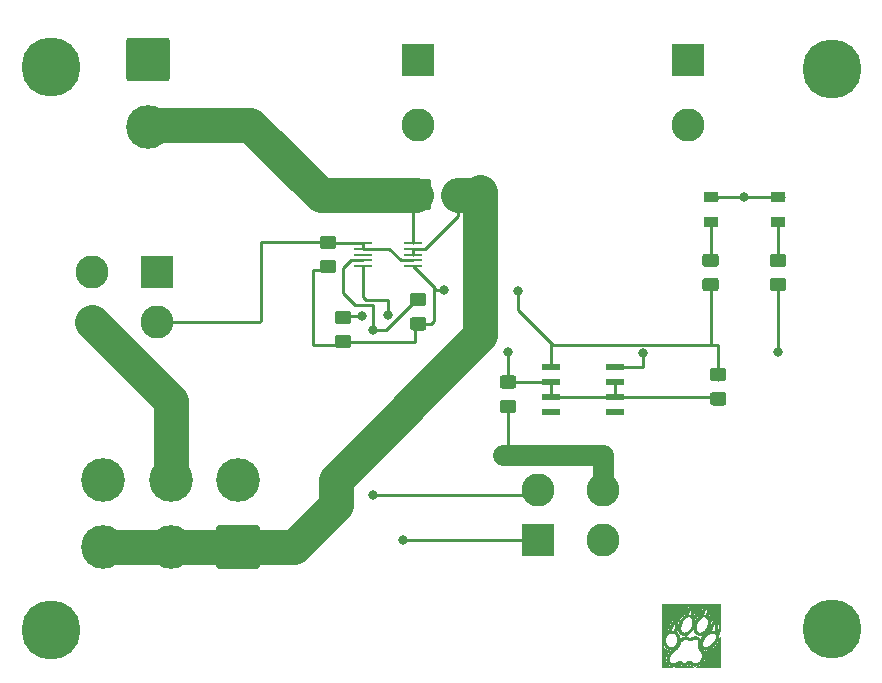
<source format=gbr>
%TF.GenerationSoftware,KiCad,Pcbnew,(5.1.6)-1*%
%TF.CreationDate,2021-04-27T14:58:59-04:00*%
%TF.ProjectId,GLV_BOBV6,474c565f-424f-4425-9636-2e6b69636164,rev?*%
%TF.SameCoordinates,Original*%
%TF.FileFunction,Copper,L1,Top*%
%TF.FilePolarity,Positive*%
%FSLAX46Y46*%
G04 Gerber Fmt 4.6, Leading zero omitted, Abs format (unit mm)*
G04 Created by KiCad (PCBNEW (5.1.6)-1) date 2021-04-27 14:58:59*
%MOMM*%
%LPD*%
G01*
G04 APERTURE LIST*
%TA.AperFunction,EtchedComponent*%
%ADD10C,0.002540*%
%TD*%
%TA.AperFunction,SMDPad,CuDef*%
%ADD11R,1.549400X0.558800*%
%TD*%
%TA.AperFunction,SMDPad,CuDef*%
%ADD12R,1.244600X0.863600*%
%TD*%
%TA.AperFunction,ComponentPad*%
%ADD13R,2.800000X2.800000*%
%TD*%
%TA.AperFunction,ComponentPad*%
%ADD14C,2.800000*%
%TD*%
%TA.AperFunction,SMDPad,CuDef*%
%ADD15R,1.574800X0.279400*%
%TD*%
%TA.AperFunction,ComponentPad*%
%ADD16C,5.000000*%
%TD*%
%TA.AperFunction,ComponentPad*%
%ADD17C,3.700000*%
%TD*%
%TA.AperFunction,ViaPad*%
%ADD18C,0.800000*%
%TD*%
%TA.AperFunction,Conductor*%
%ADD19C,0.250000*%
%TD*%
%TA.AperFunction,Conductor*%
%ADD20C,1.800000*%
%TD*%
%TA.AperFunction,Conductor*%
%ADD21C,3.000000*%
%TD*%
G04 APERTURE END LIST*
D10*
%TO.C,VAL*%
G36*
X179680780Y-69196080D02*
G01*
X179673160Y-69318000D01*
X179650300Y-69445000D01*
X179624900Y-69541520D01*
X179576640Y-69668520D01*
X179518220Y-69787900D01*
X179472500Y-69861560D01*
X179472500Y-69183380D01*
X179467420Y-69109720D01*
X179454720Y-69046220D01*
X179452180Y-69043680D01*
X179424240Y-68964940D01*
X179388680Y-68893820D01*
X179373440Y-68870960D01*
X179373440Y-68210560D01*
X179370900Y-68154680D01*
X179368360Y-68103880D01*
X179365820Y-68060700D01*
X179360740Y-68027680D01*
X179353120Y-68007360D01*
X179350580Y-68002280D01*
X179340420Y-68004820D01*
X179325180Y-68022600D01*
X179304860Y-68050540D01*
X179282000Y-68086100D01*
X179254060Y-68129280D01*
X179226120Y-68175000D01*
X179198180Y-68225800D01*
X179172780Y-68274060D01*
X179149920Y-68322320D01*
X179139760Y-68342640D01*
X179124520Y-68375660D01*
X179109280Y-68418840D01*
X179094040Y-68464560D01*
X179078800Y-68507740D01*
X179066100Y-68548380D01*
X179058480Y-68581400D01*
X179053400Y-68601720D01*
X179053400Y-68604260D01*
X179058480Y-68611880D01*
X179066100Y-68611880D01*
X179081340Y-68606800D01*
X179106740Y-68601720D01*
X179134680Y-68596640D01*
X179188020Y-68591560D01*
X179246440Y-68596640D01*
X179297240Y-68609340D01*
X179299780Y-68611880D01*
X179309940Y-68609340D01*
X179317560Y-68596640D01*
X179327720Y-68573780D01*
X179337880Y-68538220D01*
X179350580Y-68487420D01*
X179355660Y-68462020D01*
X179363280Y-68423920D01*
X179368360Y-68378200D01*
X179370900Y-68324860D01*
X179373440Y-68268980D01*
X179373440Y-68210560D01*
X179373440Y-68870960D01*
X179345500Y-68832860D01*
X179299780Y-68782060D01*
X179246440Y-68749040D01*
X179243900Y-68746500D01*
X179193100Y-68728720D01*
X179139760Y-68726180D01*
X179081340Y-68736340D01*
X179015300Y-68761740D01*
X178944180Y-68802380D01*
X178923860Y-68815080D01*
X178860360Y-68865880D01*
X178791780Y-68926840D01*
X178725740Y-68997960D01*
X178662240Y-69074160D01*
X178606360Y-69150360D01*
X178560640Y-69226560D01*
X178553020Y-69244340D01*
X178512380Y-69340860D01*
X178479360Y-69450080D01*
X178459040Y-69561840D01*
X178451420Y-69676140D01*
X178451420Y-69681220D01*
X178459040Y-69775200D01*
X178474280Y-69861560D01*
X178502220Y-69932680D01*
X178540320Y-69996180D01*
X178586040Y-70044440D01*
X178641920Y-70080000D01*
X178705420Y-70102860D01*
X178779080Y-70110480D01*
X178804480Y-70110480D01*
X178847660Y-70105400D01*
X178890840Y-70095240D01*
X178921320Y-70085080D01*
X178984820Y-70057140D01*
X179045780Y-70024120D01*
X179104200Y-69978400D01*
X179139760Y-69945380D01*
X179228660Y-69851400D01*
X179304860Y-69744720D01*
X179370900Y-69627880D01*
X179421700Y-69500880D01*
X179452180Y-69401820D01*
X179464880Y-69335780D01*
X179472500Y-69259580D01*
X179472500Y-69183380D01*
X179472500Y-69861560D01*
X179452180Y-69897120D01*
X179375980Y-69996180D01*
X179294700Y-70085080D01*
X179205800Y-70158740D01*
X179111820Y-70222240D01*
X179015300Y-70267960D01*
X178913700Y-70300980D01*
X178898460Y-70303520D01*
X178804480Y-70316220D01*
X178710500Y-70311140D01*
X178624140Y-70293360D01*
X178542860Y-70257800D01*
X178469200Y-70209540D01*
X178426020Y-70173980D01*
X178370140Y-70110480D01*
X178326960Y-70039360D01*
X178293940Y-69960620D01*
X178268540Y-69869180D01*
X178258380Y-69823460D01*
X178243140Y-69739640D01*
X178210120Y-69800600D01*
X178172020Y-69861560D01*
X178172020Y-69178300D01*
X178161860Y-69086860D01*
X178151700Y-69043680D01*
X178126300Y-68967480D01*
X178090740Y-68898900D01*
X178070420Y-68868420D01*
X178070420Y-68225800D01*
X178070420Y-68172460D01*
X178067880Y-68121660D01*
X178065340Y-68075940D01*
X178060260Y-68037840D01*
X178055180Y-68012440D01*
X178047560Y-67997200D01*
X178045020Y-67997200D01*
X178037400Y-68004820D01*
X178022160Y-68022600D01*
X178001840Y-68053080D01*
X177978980Y-68088640D01*
X177951040Y-68129280D01*
X177925640Y-68175000D01*
X177900240Y-68218180D01*
X177877380Y-68258820D01*
X177872300Y-68271520D01*
X177841820Y-68332480D01*
X177816420Y-68398520D01*
X177791020Y-68467100D01*
X177768160Y-68528060D01*
X177755460Y-68583940D01*
X177752920Y-68589020D01*
X177750380Y-68606800D01*
X177752920Y-68614420D01*
X177760540Y-68611880D01*
X177775780Y-68606800D01*
X177803720Y-68601720D01*
X177829120Y-68596640D01*
X177872300Y-68591560D01*
X177907860Y-68591560D01*
X177938340Y-68596640D01*
X177966280Y-68604260D01*
X177991680Y-68606800D01*
X178001840Y-68609340D01*
X178012000Y-68601720D01*
X178022160Y-68578860D01*
X178032320Y-68543300D01*
X178045020Y-68495040D01*
X178055180Y-68436620D01*
X178060260Y-68418840D01*
X178065340Y-68378200D01*
X178067880Y-68332480D01*
X178070420Y-68281680D01*
X178070420Y-68225800D01*
X178070420Y-68868420D01*
X178050100Y-68837940D01*
X178001840Y-68789680D01*
X177951040Y-68751580D01*
X177938340Y-68746500D01*
X177910400Y-68733800D01*
X177887540Y-68726180D01*
X177859600Y-68726180D01*
X177836740Y-68726180D01*
X177798640Y-68733800D01*
X177760540Y-68741420D01*
X177737680Y-68749040D01*
X177684340Y-68776980D01*
X177628460Y-68815080D01*
X177567500Y-68858260D01*
X177511620Y-68906520D01*
X177478600Y-68937000D01*
X177387160Y-69036060D01*
X177310960Y-69142740D01*
X177247460Y-69257040D01*
X177199200Y-69371340D01*
X177168720Y-69490720D01*
X177150940Y-69612640D01*
X177150940Y-69711700D01*
X177161100Y-69805680D01*
X177181420Y-69889500D01*
X177214440Y-69958080D01*
X177255080Y-70016500D01*
X177305880Y-70062220D01*
X177366840Y-70092700D01*
X177394780Y-70100320D01*
X177440500Y-70110480D01*
X177481140Y-70113020D01*
X177529400Y-70107940D01*
X177552260Y-70105400D01*
X177582740Y-70095240D01*
X177623380Y-70082540D01*
X177661480Y-70067300D01*
X177669100Y-70064760D01*
X177752920Y-70013960D01*
X177834200Y-69950460D01*
X177910400Y-69874260D01*
X177978980Y-69782820D01*
X178039940Y-69681220D01*
X178093280Y-69572000D01*
X178128840Y-69472940D01*
X178154240Y-69376420D01*
X178169480Y-69274820D01*
X178172020Y-69178300D01*
X178172020Y-69861560D01*
X178144080Y-69907280D01*
X178067880Y-70003800D01*
X177984060Y-70090160D01*
X177897700Y-70163820D01*
X177803720Y-70224780D01*
X177707200Y-70270500D01*
X177648780Y-70290820D01*
X177603060Y-70300980D01*
X177552260Y-70308600D01*
X177498920Y-70313680D01*
X177445580Y-70313680D01*
X177402400Y-70311140D01*
X177382080Y-70308600D01*
X177288100Y-70280660D01*
X177206820Y-70240020D01*
X177135700Y-70184140D01*
X177074740Y-70118100D01*
X177023940Y-70036820D01*
X176985840Y-69945380D01*
X176957900Y-69843780D01*
X176957900Y-69838700D01*
X176950280Y-69782820D01*
X176947740Y-69714240D01*
X176947740Y-69643120D01*
X176950280Y-69569460D01*
X176957900Y-69498340D01*
X176968060Y-69437380D01*
X176970600Y-69434840D01*
X177011240Y-69292600D01*
X177064580Y-69157980D01*
X177135700Y-69033520D01*
X177171260Y-68980180D01*
X177206820Y-68931920D01*
X177252540Y-68881120D01*
X177300800Y-68827780D01*
X177354140Y-68774440D01*
X177404940Y-68726180D01*
X177450660Y-68688080D01*
X177483680Y-68662680D01*
X177516700Y-68639820D01*
X177534480Y-68622040D01*
X177544640Y-68609340D01*
X177547180Y-68599180D01*
X177549720Y-68573780D01*
X177557340Y-68530600D01*
X177572580Y-68477260D01*
X177592900Y-68411220D01*
X177603060Y-68383280D01*
X177631000Y-68309620D01*
X177666560Y-68228340D01*
X177707200Y-68144520D01*
X177752920Y-68063240D01*
X177798640Y-67987040D01*
X177846900Y-67918460D01*
X177890080Y-67862580D01*
X177897700Y-67854960D01*
X177938340Y-67816860D01*
X177978980Y-67796540D01*
X178029780Y-67786380D01*
X178065340Y-67786380D01*
X178121220Y-67799080D01*
X178169480Y-67824480D01*
X178210120Y-67862580D01*
X178238060Y-67915920D01*
X178253300Y-67961640D01*
X178273620Y-68088640D01*
X178281240Y-68223260D01*
X178273620Y-68357880D01*
X178255840Y-68495040D01*
X178225360Y-68619500D01*
X178202500Y-68695700D01*
X178235520Y-68741420D01*
X178288860Y-68830320D01*
X178329500Y-68926840D01*
X178359980Y-69033520D01*
X178362520Y-69056380D01*
X178370140Y-69089400D01*
X178372680Y-69114800D01*
X178375220Y-69127500D01*
X178375220Y-69130040D01*
X178380300Y-69124960D01*
X178390460Y-69109720D01*
X178405700Y-69084320D01*
X178418400Y-69066540D01*
X178476820Y-68977640D01*
X178545400Y-68888740D01*
X178621600Y-68804920D01*
X178702880Y-68728720D01*
X178781620Y-68667760D01*
X178812100Y-68642360D01*
X178832420Y-68622040D01*
X178845120Y-68606800D01*
X178845120Y-68604260D01*
X178878140Y-68464560D01*
X178921320Y-68335020D01*
X178974660Y-68210560D01*
X179043240Y-68083560D01*
X179066100Y-68045460D01*
X179101660Y-67987040D01*
X179137220Y-67933700D01*
X179172780Y-67887980D01*
X179200720Y-67852420D01*
X179218500Y-67834640D01*
X179259140Y-67806700D01*
X179307400Y-67788920D01*
X179360740Y-67786380D01*
X179416620Y-67796540D01*
X179439480Y-67806700D01*
X179482660Y-67832100D01*
X179515680Y-67870200D01*
X179541080Y-67918460D01*
X179558860Y-67981960D01*
X179561400Y-67994660D01*
X179579180Y-68131820D01*
X179581720Y-68274060D01*
X179569020Y-68416300D01*
X179543620Y-68556000D01*
X179520760Y-68639820D01*
X179502980Y-68693160D01*
X179548700Y-68761740D01*
X179604580Y-68863340D01*
X179645220Y-68967480D01*
X179670620Y-69079240D01*
X179680780Y-69196080D01*
G37*
X179680780Y-69196080D02*
X179673160Y-69318000D01*
X179650300Y-69445000D01*
X179624900Y-69541520D01*
X179576640Y-69668520D01*
X179518220Y-69787900D01*
X179472500Y-69861560D01*
X179472500Y-69183380D01*
X179467420Y-69109720D01*
X179454720Y-69046220D01*
X179452180Y-69043680D01*
X179424240Y-68964940D01*
X179388680Y-68893820D01*
X179373440Y-68870960D01*
X179373440Y-68210560D01*
X179370900Y-68154680D01*
X179368360Y-68103880D01*
X179365820Y-68060700D01*
X179360740Y-68027680D01*
X179353120Y-68007360D01*
X179350580Y-68002280D01*
X179340420Y-68004820D01*
X179325180Y-68022600D01*
X179304860Y-68050540D01*
X179282000Y-68086100D01*
X179254060Y-68129280D01*
X179226120Y-68175000D01*
X179198180Y-68225800D01*
X179172780Y-68274060D01*
X179149920Y-68322320D01*
X179139760Y-68342640D01*
X179124520Y-68375660D01*
X179109280Y-68418840D01*
X179094040Y-68464560D01*
X179078800Y-68507740D01*
X179066100Y-68548380D01*
X179058480Y-68581400D01*
X179053400Y-68601720D01*
X179053400Y-68604260D01*
X179058480Y-68611880D01*
X179066100Y-68611880D01*
X179081340Y-68606800D01*
X179106740Y-68601720D01*
X179134680Y-68596640D01*
X179188020Y-68591560D01*
X179246440Y-68596640D01*
X179297240Y-68609340D01*
X179299780Y-68611880D01*
X179309940Y-68609340D01*
X179317560Y-68596640D01*
X179327720Y-68573780D01*
X179337880Y-68538220D01*
X179350580Y-68487420D01*
X179355660Y-68462020D01*
X179363280Y-68423920D01*
X179368360Y-68378200D01*
X179370900Y-68324860D01*
X179373440Y-68268980D01*
X179373440Y-68210560D01*
X179373440Y-68870960D01*
X179345500Y-68832860D01*
X179299780Y-68782060D01*
X179246440Y-68749040D01*
X179243900Y-68746500D01*
X179193100Y-68728720D01*
X179139760Y-68726180D01*
X179081340Y-68736340D01*
X179015300Y-68761740D01*
X178944180Y-68802380D01*
X178923860Y-68815080D01*
X178860360Y-68865880D01*
X178791780Y-68926840D01*
X178725740Y-68997960D01*
X178662240Y-69074160D01*
X178606360Y-69150360D01*
X178560640Y-69226560D01*
X178553020Y-69244340D01*
X178512380Y-69340860D01*
X178479360Y-69450080D01*
X178459040Y-69561840D01*
X178451420Y-69676140D01*
X178451420Y-69681220D01*
X178459040Y-69775200D01*
X178474280Y-69861560D01*
X178502220Y-69932680D01*
X178540320Y-69996180D01*
X178586040Y-70044440D01*
X178641920Y-70080000D01*
X178705420Y-70102860D01*
X178779080Y-70110480D01*
X178804480Y-70110480D01*
X178847660Y-70105400D01*
X178890840Y-70095240D01*
X178921320Y-70085080D01*
X178984820Y-70057140D01*
X179045780Y-70024120D01*
X179104200Y-69978400D01*
X179139760Y-69945380D01*
X179228660Y-69851400D01*
X179304860Y-69744720D01*
X179370900Y-69627880D01*
X179421700Y-69500880D01*
X179452180Y-69401820D01*
X179464880Y-69335780D01*
X179472500Y-69259580D01*
X179472500Y-69183380D01*
X179472500Y-69861560D01*
X179452180Y-69897120D01*
X179375980Y-69996180D01*
X179294700Y-70085080D01*
X179205800Y-70158740D01*
X179111820Y-70222240D01*
X179015300Y-70267960D01*
X178913700Y-70300980D01*
X178898460Y-70303520D01*
X178804480Y-70316220D01*
X178710500Y-70311140D01*
X178624140Y-70293360D01*
X178542860Y-70257800D01*
X178469200Y-70209540D01*
X178426020Y-70173980D01*
X178370140Y-70110480D01*
X178326960Y-70039360D01*
X178293940Y-69960620D01*
X178268540Y-69869180D01*
X178258380Y-69823460D01*
X178243140Y-69739640D01*
X178210120Y-69800600D01*
X178172020Y-69861560D01*
X178172020Y-69178300D01*
X178161860Y-69086860D01*
X178151700Y-69043680D01*
X178126300Y-68967480D01*
X178090740Y-68898900D01*
X178070420Y-68868420D01*
X178070420Y-68225800D01*
X178070420Y-68172460D01*
X178067880Y-68121660D01*
X178065340Y-68075940D01*
X178060260Y-68037840D01*
X178055180Y-68012440D01*
X178047560Y-67997200D01*
X178045020Y-67997200D01*
X178037400Y-68004820D01*
X178022160Y-68022600D01*
X178001840Y-68053080D01*
X177978980Y-68088640D01*
X177951040Y-68129280D01*
X177925640Y-68175000D01*
X177900240Y-68218180D01*
X177877380Y-68258820D01*
X177872300Y-68271520D01*
X177841820Y-68332480D01*
X177816420Y-68398520D01*
X177791020Y-68467100D01*
X177768160Y-68528060D01*
X177755460Y-68583940D01*
X177752920Y-68589020D01*
X177750380Y-68606800D01*
X177752920Y-68614420D01*
X177760540Y-68611880D01*
X177775780Y-68606800D01*
X177803720Y-68601720D01*
X177829120Y-68596640D01*
X177872300Y-68591560D01*
X177907860Y-68591560D01*
X177938340Y-68596640D01*
X177966280Y-68604260D01*
X177991680Y-68606800D01*
X178001840Y-68609340D01*
X178012000Y-68601720D01*
X178022160Y-68578860D01*
X178032320Y-68543300D01*
X178045020Y-68495040D01*
X178055180Y-68436620D01*
X178060260Y-68418840D01*
X178065340Y-68378200D01*
X178067880Y-68332480D01*
X178070420Y-68281680D01*
X178070420Y-68225800D01*
X178070420Y-68868420D01*
X178050100Y-68837940D01*
X178001840Y-68789680D01*
X177951040Y-68751580D01*
X177938340Y-68746500D01*
X177910400Y-68733800D01*
X177887540Y-68726180D01*
X177859600Y-68726180D01*
X177836740Y-68726180D01*
X177798640Y-68733800D01*
X177760540Y-68741420D01*
X177737680Y-68749040D01*
X177684340Y-68776980D01*
X177628460Y-68815080D01*
X177567500Y-68858260D01*
X177511620Y-68906520D01*
X177478600Y-68937000D01*
X177387160Y-69036060D01*
X177310960Y-69142740D01*
X177247460Y-69257040D01*
X177199200Y-69371340D01*
X177168720Y-69490720D01*
X177150940Y-69612640D01*
X177150940Y-69711700D01*
X177161100Y-69805680D01*
X177181420Y-69889500D01*
X177214440Y-69958080D01*
X177255080Y-70016500D01*
X177305880Y-70062220D01*
X177366840Y-70092700D01*
X177394780Y-70100320D01*
X177440500Y-70110480D01*
X177481140Y-70113020D01*
X177529400Y-70107940D01*
X177552260Y-70105400D01*
X177582740Y-70095240D01*
X177623380Y-70082540D01*
X177661480Y-70067300D01*
X177669100Y-70064760D01*
X177752920Y-70013960D01*
X177834200Y-69950460D01*
X177910400Y-69874260D01*
X177978980Y-69782820D01*
X178039940Y-69681220D01*
X178093280Y-69572000D01*
X178128840Y-69472940D01*
X178154240Y-69376420D01*
X178169480Y-69274820D01*
X178172020Y-69178300D01*
X178172020Y-69861560D01*
X178144080Y-69907280D01*
X178067880Y-70003800D01*
X177984060Y-70090160D01*
X177897700Y-70163820D01*
X177803720Y-70224780D01*
X177707200Y-70270500D01*
X177648780Y-70290820D01*
X177603060Y-70300980D01*
X177552260Y-70308600D01*
X177498920Y-70313680D01*
X177445580Y-70313680D01*
X177402400Y-70311140D01*
X177382080Y-70308600D01*
X177288100Y-70280660D01*
X177206820Y-70240020D01*
X177135700Y-70184140D01*
X177074740Y-70118100D01*
X177023940Y-70036820D01*
X176985840Y-69945380D01*
X176957900Y-69843780D01*
X176957900Y-69838700D01*
X176950280Y-69782820D01*
X176947740Y-69714240D01*
X176947740Y-69643120D01*
X176950280Y-69569460D01*
X176957900Y-69498340D01*
X176968060Y-69437380D01*
X176970600Y-69434840D01*
X177011240Y-69292600D01*
X177064580Y-69157980D01*
X177135700Y-69033520D01*
X177171260Y-68980180D01*
X177206820Y-68931920D01*
X177252540Y-68881120D01*
X177300800Y-68827780D01*
X177354140Y-68774440D01*
X177404940Y-68726180D01*
X177450660Y-68688080D01*
X177483680Y-68662680D01*
X177516700Y-68639820D01*
X177534480Y-68622040D01*
X177544640Y-68609340D01*
X177547180Y-68599180D01*
X177549720Y-68573780D01*
X177557340Y-68530600D01*
X177572580Y-68477260D01*
X177592900Y-68411220D01*
X177603060Y-68383280D01*
X177631000Y-68309620D01*
X177666560Y-68228340D01*
X177707200Y-68144520D01*
X177752920Y-68063240D01*
X177798640Y-67987040D01*
X177846900Y-67918460D01*
X177890080Y-67862580D01*
X177897700Y-67854960D01*
X177938340Y-67816860D01*
X177978980Y-67796540D01*
X178029780Y-67786380D01*
X178065340Y-67786380D01*
X178121220Y-67799080D01*
X178169480Y-67824480D01*
X178210120Y-67862580D01*
X178238060Y-67915920D01*
X178253300Y-67961640D01*
X178273620Y-68088640D01*
X178281240Y-68223260D01*
X178273620Y-68357880D01*
X178255840Y-68495040D01*
X178225360Y-68619500D01*
X178202500Y-68695700D01*
X178235520Y-68741420D01*
X178288860Y-68830320D01*
X178329500Y-68926840D01*
X178359980Y-69033520D01*
X178362520Y-69056380D01*
X178370140Y-69089400D01*
X178372680Y-69114800D01*
X178375220Y-69127500D01*
X178375220Y-69130040D01*
X178380300Y-69124960D01*
X178390460Y-69109720D01*
X178405700Y-69084320D01*
X178418400Y-69066540D01*
X178476820Y-68977640D01*
X178545400Y-68888740D01*
X178621600Y-68804920D01*
X178702880Y-68728720D01*
X178781620Y-68667760D01*
X178812100Y-68642360D01*
X178832420Y-68622040D01*
X178845120Y-68606800D01*
X178845120Y-68604260D01*
X178878140Y-68464560D01*
X178921320Y-68335020D01*
X178974660Y-68210560D01*
X179043240Y-68083560D01*
X179066100Y-68045460D01*
X179101660Y-67987040D01*
X179137220Y-67933700D01*
X179172780Y-67887980D01*
X179200720Y-67852420D01*
X179218500Y-67834640D01*
X179259140Y-67806700D01*
X179307400Y-67788920D01*
X179360740Y-67786380D01*
X179416620Y-67796540D01*
X179439480Y-67806700D01*
X179482660Y-67832100D01*
X179515680Y-67870200D01*
X179541080Y-67918460D01*
X179558860Y-67981960D01*
X179561400Y-67994660D01*
X179579180Y-68131820D01*
X179581720Y-68274060D01*
X179569020Y-68416300D01*
X179543620Y-68556000D01*
X179520760Y-68639820D01*
X179502980Y-68693160D01*
X179548700Y-68761740D01*
X179604580Y-68863340D01*
X179645220Y-68967480D01*
X179670620Y-69079240D01*
X179680780Y-69196080D01*
G36*
X180369120Y-70405120D02*
G01*
X180364040Y-70463540D01*
X180358960Y-70514340D01*
X180353880Y-70542280D01*
X180346260Y-70577840D01*
X180333560Y-70621020D01*
X180318320Y-70666740D01*
X180315780Y-70676900D01*
X180264980Y-70793740D01*
X180198940Y-70910580D01*
X180158300Y-70971540D01*
X180158300Y-70397500D01*
X180158300Y-70349240D01*
X180155760Y-70316220D01*
X180153220Y-70290820D01*
X180148140Y-70270500D01*
X180143060Y-70250180D01*
X180137980Y-70245100D01*
X180104960Y-70189220D01*
X180084640Y-70168900D01*
X180084640Y-69559300D01*
X180082100Y-69536440D01*
X180079560Y-69493260D01*
X180071940Y-69447540D01*
X180064320Y-69401820D01*
X180056700Y-69361180D01*
X180049080Y-69325620D01*
X180041460Y-69300220D01*
X180036380Y-69290060D01*
X180028760Y-69292600D01*
X180016060Y-69307840D01*
X179995740Y-69335780D01*
X179975420Y-69371340D01*
X179950020Y-69414520D01*
X179924620Y-69462780D01*
X179901760Y-69513580D01*
X179876360Y-69564380D01*
X179856040Y-69615180D01*
X179838260Y-69660900D01*
X179838260Y-69663440D01*
X179817940Y-69726940D01*
X179800160Y-69795520D01*
X179782380Y-69874260D01*
X179769680Y-69940300D01*
X179764600Y-69968240D01*
X179810320Y-69955540D01*
X179838260Y-69950460D01*
X179876360Y-69947920D01*
X179919540Y-69945380D01*
X179942400Y-69945380D01*
X180033840Y-69945380D01*
X180051620Y-69864100D01*
X180071940Y-69757420D01*
X180082100Y-69655820D01*
X180084640Y-69559300D01*
X180084640Y-70168900D01*
X180059240Y-70146040D01*
X180023680Y-70123180D01*
X179977960Y-70107940D01*
X179919540Y-70097780D01*
X179858580Y-70097780D01*
X179792540Y-70102860D01*
X179751900Y-70113020D01*
X179650300Y-70148580D01*
X179551240Y-70196840D01*
X179457260Y-70260340D01*
X179363280Y-70331460D01*
X179279460Y-70415280D01*
X179200720Y-70504180D01*
X179129600Y-70598160D01*
X179071180Y-70697220D01*
X179025460Y-70798820D01*
X178992440Y-70900420D01*
X178977200Y-70979160D01*
X178974660Y-71055360D01*
X178982280Y-71126480D01*
X179005140Y-71189980D01*
X179038160Y-71243320D01*
X179078800Y-71283960D01*
X179132140Y-71314440D01*
X179144840Y-71319520D01*
X179190560Y-71329680D01*
X179246440Y-71332220D01*
X179307400Y-71329680D01*
X179365820Y-71322060D01*
X179391220Y-71316980D01*
X179492820Y-71281420D01*
X179591880Y-71230620D01*
X179688400Y-71167120D01*
X179782380Y-71090920D01*
X179868740Y-71007100D01*
X179950020Y-70913120D01*
X180018600Y-70814060D01*
X180079560Y-70709920D01*
X180125280Y-70603240D01*
X180130360Y-70588000D01*
X180143060Y-70552440D01*
X180150680Y-70524500D01*
X180155760Y-70496560D01*
X180158300Y-70466080D01*
X180158300Y-70425440D01*
X180158300Y-70397500D01*
X180158300Y-70971540D01*
X180122740Y-71024880D01*
X180033840Y-71131560D01*
X179934780Y-71228080D01*
X179828100Y-71316980D01*
X179718880Y-71393180D01*
X179629980Y-71441440D01*
X179571560Y-71469380D01*
X179505520Y-71492240D01*
X179434400Y-71515100D01*
X179370900Y-71530340D01*
X179330260Y-71535420D01*
X179236280Y-71540500D01*
X179147380Y-71530340D01*
X179066100Y-71507480D01*
X178992440Y-71471920D01*
X178928940Y-71423660D01*
X178911160Y-71408420D01*
X178903540Y-71403340D01*
X178901000Y-71403340D01*
X178906080Y-71413500D01*
X178918780Y-71433820D01*
X178936560Y-71461760D01*
X178961960Y-71497320D01*
X178979740Y-71525260D01*
X179035620Y-71609080D01*
X179078800Y-71682740D01*
X179111820Y-71748780D01*
X179137220Y-71814820D01*
X179157540Y-71878320D01*
X179170240Y-71944360D01*
X179172780Y-71972300D01*
X179177860Y-72071360D01*
X179165160Y-72175500D01*
X179142300Y-72279640D01*
X179104200Y-72383780D01*
X179055940Y-72480300D01*
X178994980Y-72569200D01*
X178987360Y-72579360D01*
X178969580Y-72599680D01*
X178969580Y-72051040D01*
X178967040Y-71995160D01*
X178961960Y-71946900D01*
X178949260Y-71898640D01*
X178934020Y-71850380D01*
X178908620Y-71799580D01*
X178875600Y-71741160D01*
X178834960Y-71675120D01*
X178801940Y-71624320D01*
X178753680Y-71555740D01*
X178718120Y-71494780D01*
X178690180Y-71441440D01*
X178669860Y-71393180D01*
X178654620Y-71347460D01*
X178652080Y-71329680D01*
X178644460Y-71281420D01*
X178639380Y-71235700D01*
X178641920Y-71189980D01*
X178647000Y-71134100D01*
X178659700Y-71068060D01*
X178659700Y-71060440D01*
X178672400Y-70994400D01*
X178677480Y-70938520D01*
X178677480Y-70890260D01*
X178667320Y-70849620D01*
X178654620Y-70806440D01*
X178647000Y-70793740D01*
X178611440Y-70735320D01*
X178563180Y-70687060D01*
X178507300Y-70654040D01*
X178443800Y-70636260D01*
X178375220Y-70633720D01*
X178329500Y-70638800D01*
X178299020Y-70646420D01*
X178258380Y-70661660D01*
X178207580Y-70681980D01*
X178154240Y-70707380D01*
X178085660Y-70737860D01*
X178029780Y-70760720D01*
X177978980Y-70770880D01*
X177935800Y-70773420D01*
X177895160Y-70765800D01*
X177854520Y-70750560D01*
X177813880Y-70722620D01*
X177806260Y-70720080D01*
X177758000Y-70684520D01*
X177717360Y-70661660D01*
X177679260Y-70646420D01*
X177643700Y-70638800D01*
X177603060Y-70636260D01*
X177585280Y-70636260D01*
X177542100Y-70636260D01*
X177509080Y-70641340D01*
X177478600Y-70648960D01*
X177455740Y-70656580D01*
X177377000Y-70694680D01*
X177308420Y-70740400D01*
X177250000Y-70793740D01*
X177194120Y-70854700D01*
X177148400Y-70925820D01*
X177112840Y-71004560D01*
X177092520Y-71057900D01*
X177069660Y-71123940D01*
X177044260Y-71182360D01*
X177016320Y-71238240D01*
X176983300Y-71291580D01*
X176945200Y-71344920D01*
X176899480Y-71398260D01*
X176871540Y-71423660D01*
X176871540Y-70689600D01*
X176871540Y-70638800D01*
X176869000Y-70600700D01*
X176866460Y-70567680D01*
X176861380Y-70539740D01*
X176853760Y-70511800D01*
X176848680Y-70491480D01*
X176820740Y-70410200D01*
X176787720Y-70344160D01*
X176744540Y-70283200D01*
X176698820Y-70232400D01*
X176681040Y-70217160D01*
X176681040Y-69389120D01*
X176681040Y-69351020D01*
X176681040Y-69323080D01*
X176678500Y-69312920D01*
X176673420Y-69279900D01*
X176640400Y-69318000D01*
X176604840Y-69358640D01*
X176569280Y-69411980D01*
X176528640Y-69472940D01*
X176490540Y-69533900D01*
X176454980Y-69597400D01*
X176429580Y-69650740D01*
X176411800Y-69686300D01*
X176394020Y-69726940D01*
X176376240Y-69775200D01*
X176358460Y-69820920D01*
X176343220Y-69864100D01*
X176330520Y-69902200D01*
X176320360Y-69930140D01*
X176317820Y-69942840D01*
X176325440Y-69945380D01*
X176348300Y-69945380D01*
X176378780Y-69947920D01*
X176404180Y-69945380D01*
X176462600Y-69945380D01*
X176505780Y-69950460D01*
X176531180Y-69955540D01*
X176569280Y-69965700D01*
X176581980Y-69935220D01*
X176592140Y-69914900D01*
X176604840Y-69881880D01*
X176617540Y-69846320D01*
X176617540Y-69838700D01*
X176640400Y-69770120D01*
X176658180Y-69704080D01*
X176668340Y-69638040D01*
X176675960Y-69564380D01*
X176681040Y-69485640D01*
X176681040Y-69437380D01*
X176681040Y-69389120D01*
X176681040Y-70217160D01*
X176637860Y-70176520D01*
X176574360Y-70135880D01*
X176505780Y-70110480D01*
X176432120Y-70097780D01*
X176386400Y-70097780D01*
X176300040Y-70105400D01*
X176218760Y-70128260D01*
X176145100Y-70168900D01*
X176076520Y-70222240D01*
X176013020Y-70290820D01*
X175959680Y-70372100D01*
X175931740Y-70422900D01*
X175906340Y-70481320D01*
X175888560Y-70532120D01*
X175875860Y-70582920D01*
X175868240Y-70636260D01*
X175865700Y-70699760D01*
X175865700Y-70740400D01*
X175865700Y-70793740D01*
X175868240Y-70834380D01*
X175870780Y-70867400D01*
X175875860Y-70897880D01*
X175883480Y-70928360D01*
X175886020Y-70930900D01*
X175919040Y-71024880D01*
X175964760Y-71108700D01*
X176020640Y-71179820D01*
X176084140Y-71240780D01*
X176155260Y-71286500D01*
X176216220Y-71314440D01*
X176272100Y-71327140D01*
X176335600Y-71332220D01*
X176401640Y-71329680D01*
X176457520Y-71322060D01*
X176462600Y-71319520D01*
X176546420Y-71286500D01*
X176625160Y-71238240D01*
X176693740Y-71174740D01*
X176752160Y-71101080D01*
X176802960Y-71014720D01*
X176841060Y-70920740D01*
X176853760Y-70880100D01*
X176861380Y-70847080D01*
X176866460Y-70814060D01*
X176869000Y-70778500D01*
X176871540Y-70730240D01*
X176871540Y-70689600D01*
X176871540Y-71423660D01*
X176843600Y-71454140D01*
X176777560Y-71515100D01*
X176701360Y-71583680D01*
X176645480Y-71629400D01*
X176561660Y-71700520D01*
X176493080Y-71761480D01*
X176432120Y-71817360D01*
X176383860Y-71868160D01*
X176340680Y-71913880D01*
X176307660Y-71959600D01*
X176277180Y-72005320D01*
X176249240Y-72053580D01*
X176244160Y-72066280D01*
X176211140Y-72134860D01*
X176190820Y-72195820D01*
X176178120Y-72256780D01*
X176170500Y-72320280D01*
X176170500Y-72353300D01*
X176170500Y-72396480D01*
X176173040Y-72426960D01*
X176175580Y-72449820D01*
X176183200Y-72470140D01*
X176193360Y-72495540D01*
X176195900Y-72503160D01*
X176213680Y-72536180D01*
X176234000Y-72566660D01*
X176249240Y-72586980D01*
X176277180Y-72612380D01*
X176315280Y-72637780D01*
X176358460Y-72660640D01*
X176399100Y-72675880D01*
X176409260Y-72678420D01*
X176444820Y-72683500D01*
X176490540Y-72686040D01*
X176543880Y-72686040D01*
X176594680Y-72683500D01*
X176640400Y-72678420D01*
X176658180Y-72675880D01*
X176683580Y-72665720D01*
X176721680Y-72653020D01*
X176767400Y-72632700D01*
X176813120Y-72612380D01*
X176838520Y-72599680D01*
X176896940Y-72571740D01*
X176945200Y-72548880D01*
X176983300Y-72536180D01*
X177016320Y-72526020D01*
X177044260Y-72518400D01*
X177077280Y-72515860D01*
X177102680Y-72515860D01*
X177145860Y-72518400D01*
X177181420Y-72526020D01*
X177214440Y-72543800D01*
X177250000Y-72569200D01*
X177275400Y-72589520D01*
X177316040Y-72625080D01*
X177349060Y-72645400D01*
X177382080Y-72658100D01*
X177420180Y-72665720D01*
X177445580Y-72665720D01*
X177486220Y-72663180D01*
X177526860Y-72653020D01*
X177570040Y-72637780D01*
X177618300Y-72612380D01*
X177651320Y-72592060D01*
X177707200Y-72559040D01*
X177752920Y-72538720D01*
X177793560Y-72523480D01*
X177834200Y-72518400D01*
X177864680Y-72515860D01*
X177905320Y-72518400D01*
X177940880Y-72523480D01*
X177976440Y-72533640D01*
X178014540Y-72551420D01*
X178057720Y-72579360D01*
X178080580Y-72594600D01*
X178139000Y-72632700D01*
X178189800Y-72658100D01*
X178238060Y-72675880D01*
X178288860Y-72683500D01*
X178344740Y-72688580D01*
X178354900Y-72688580D01*
X178451420Y-72680960D01*
X178542860Y-72655560D01*
X178629220Y-72620000D01*
X178707960Y-72569200D01*
X178779080Y-72508240D01*
X178842580Y-72434580D01*
X178893380Y-72355840D01*
X178931480Y-72266940D01*
X178956880Y-72172960D01*
X178969580Y-72073900D01*
X178969580Y-72051040D01*
X178969580Y-72599680D01*
X178906080Y-72668260D01*
X178814640Y-72744460D01*
X178715580Y-72805420D01*
X178606360Y-72851140D01*
X178494600Y-72881620D01*
X178456500Y-72889240D01*
X178352360Y-72896860D01*
X178250760Y-72889240D01*
X178154240Y-72863840D01*
X178060260Y-72823200D01*
X177968820Y-72767320D01*
X177966280Y-72764780D01*
X177923100Y-72736840D01*
X177887540Y-72721600D01*
X177854520Y-72721600D01*
X177816420Y-72731760D01*
X177775780Y-72757160D01*
X177773240Y-72757160D01*
X177702120Y-72800340D01*
X177638620Y-72830820D01*
X177580200Y-72851140D01*
X177519240Y-72863840D01*
X177458280Y-72868920D01*
X177445580Y-72868920D01*
X177394780Y-72868920D01*
X177356680Y-72863840D01*
X177318580Y-72853680D01*
X177305880Y-72851140D01*
X177265240Y-72830820D01*
X177219520Y-72805420D01*
X177176340Y-72774940D01*
X177140780Y-72744460D01*
X177135700Y-72739380D01*
X177120460Y-72726680D01*
X177100140Y-72721600D01*
X177074740Y-72724140D01*
X177041720Y-72734300D01*
X176998540Y-72752080D01*
X176947740Y-72774940D01*
X176874080Y-72810500D01*
X176813120Y-72838440D01*
X176757240Y-72858760D01*
X176706440Y-72874000D01*
X176653100Y-72884160D01*
X176632780Y-72886700D01*
X176579440Y-72894320D01*
X176536260Y-72896860D01*
X176498160Y-72896860D01*
X176454980Y-72891780D01*
X176432120Y-72889240D01*
X176335600Y-72868920D01*
X176249240Y-72833360D01*
X176170500Y-72785100D01*
X176104460Y-72726680D01*
X176051120Y-72658100D01*
X176007940Y-72579360D01*
X175980000Y-72495540D01*
X175964760Y-72401560D01*
X175964760Y-72305040D01*
X175977460Y-72216140D01*
X176002860Y-72112000D01*
X176040960Y-72012940D01*
X176091760Y-71916420D01*
X176152720Y-71824980D01*
X176228920Y-71731000D01*
X176320360Y-71639560D01*
X176368620Y-71591300D01*
X176432120Y-71535420D01*
X176388940Y-71540500D01*
X176333060Y-71543040D01*
X176267020Y-71535420D01*
X176195900Y-71520180D01*
X176127320Y-71497320D01*
X176061280Y-71469380D01*
X176025720Y-71451600D01*
X175982540Y-71421120D01*
X175936820Y-71383020D01*
X175888560Y-71337300D01*
X175845380Y-71291580D01*
X175814900Y-71253480D01*
X175756480Y-71159500D01*
X175710760Y-71055360D01*
X175677740Y-70938520D01*
X175670120Y-70908040D01*
X175659960Y-70849620D01*
X175654880Y-70781040D01*
X175654880Y-70707380D01*
X175657420Y-70636260D01*
X175665040Y-70572760D01*
X175670120Y-70549900D01*
X175703140Y-70438140D01*
X175746320Y-70328920D01*
X175804740Y-70229860D01*
X175870780Y-70140960D01*
X175949520Y-70062220D01*
X176033340Y-69996180D01*
X176063820Y-69978400D01*
X176089220Y-69960620D01*
X176107000Y-69947920D01*
X176114620Y-69932680D01*
X176122240Y-69909820D01*
X176122240Y-69899660D01*
X176150180Y-69795520D01*
X176190820Y-69686300D01*
X176239080Y-69572000D01*
X176300040Y-69457700D01*
X176366080Y-69345940D01*
X176439740Y-69241800D01*
X176482920Y-69185920D01*
X176526100Y-69137660D01*
X176566740Y-69104640D01*
X176607380Y-69084320D01*
X176650560Y-69074160D01*
X176673420Y-69071620D01*
X176729300Y-69079240D01*
X176780100Y-69102100D01*
X176820740Y-69135120D01*
X176853760Y-69178300D01*
X176869000Y-69216400D01*
X176874080Y-69236720D01*
X176879160Y-69269740D01*
X176884240Y-69310380D01*
X176886780Y-69340860D01*
X176891860Y-69460240D01*
X176881700Y-69584700D01*
X176861380Y-69714240D01*
X176830900Y-69846320D01*
X176802960Y-69927600D01*
X176772480Y-70016500D01*
X176823280Y-70062220D01*
X176896940Y-70146040D01*
X176960440Y-70237480D01*
X177011240Y-70339080D01*
X177049340Y-70448300D01*
X177072200Y-70562600D01*
X177077280Y-70600700D01*
X177082360Y-70664200D01*
X177130620Y-70623560D01*
X177214440Y-70557520D01*
X177298260Y-70506720D01*
X177382080Y-70468620D01*
X177455740Y-70443220D01*
X177549720Y-70427980D01*
X177641160Y-70430520D01*
X177730060Y-70448300D01*
X177813880Y-70483860D01*
X177897700Y-70534660D01*
X177900240Y-70537200D01*
X177925640Y-70554980D01*
X177945960Y-70567680D01*
X177956120Y-70570220D01*
X177966280Y-70567680D01*
X177989140Y-70557520D01*
X178022160Y-70544820D01*
X178060260Y-70527040D01*
X178072960Y-70519420D01*
X178166940Y-70478780D01*
X178255840Y-70450840D01*
X178334580Y-70433060D01*
X178405700Y-70427980D01*
X178494600Y-70435600D01*
X178578420Y-70458460D01*
X178654620Y-70496560D01*
X178720660Y-70552440D01*
X178781620Y-70618480D01*
X178796860Y-70643880D01*
X178840040Y-70704840D01*
X178865440Y-70648960D01*
X178934020Y-70529580D01*
X179012760Y-70415280D01*
X179101660Y-70306060D01*
X179198180Y-70207000D01*
X179302320Y-70118100D01*
X179409000Y-70044440D01*
X179475040Y-70003800D01*
X179558860Y-69960620D01*
X179576640Y-69869180D01*
X179602040Y-69757420D01*
X179637600Y-69638040D01*
X179680780Y-69516120D01*
X179701100Y-69465320D01*
X179744280Y-69363720D01*
X179790000Y-69277360D01*
X179838260Y-69206240D01*
X179889060Y-69150360D01*
X179939860Y-69107180D01*
X179990660Y-69081780D01*
X180038920Y-69071620D01*
X180089720Y-69079240D01*
X180117660Y-69089400D01*
X180145600Y-69107180D01*
X180171000Y-69127500D01*
X180176080Y-69135120D01*
X180211640Y-69185920D01*
X180239580Y-69251960D01*
X180259900Y-69328160D01*
X180275140Y-69414520D01*
X180285300Y-69505960D01*
X180287840Y-69605020D01*
X180282760Y-69706620D01*
X180270060Y-69808220D01*
X180249740Y-69907280D01*
X180247200Y-69917440D01*
X180224340Y-70016500D01*
X180257360Y-70052060D01*
X180285300Y-70090160D01*
X180310700Y-70135880D01*
X180336100Y-70189220D01*
X180353880Y-70242560D01*
X180358960Y-70257800D01*
X180364040Y-70298440D01*
X180366580Y-70349240D01*
X180369120Y-70405120D01*
G37*
X180369120Y-70405120D02*
X180364040Y-70463540D01*
X180358960Y-70514340D01*
X180353880Y-70542280D01*
X180346260Y-70577840D01*
X180333560Y-70621020D01*
X180318320Y-70666740D01*
X180315780Y-70676900D01*
X180264980Y-70793740D01*
X180198940Y-70910580D01*
X180158300Y-70971540D01*
X180158300Y-70397500D01*
X180158300Y-70349240D01*
X180155760Y-70316220D01*
X180153220Y-70290820D01*
X180148140Y-70270500D01*
X180143060Y-70250180D01*
X180137980Y-70245100D01*
X180104960Y-70189220D01*
X180084640Y-70168900D01*
X180084640Y-69559300D01*
X180082100Y-69536440D01*
X180079560Y-69493260D01*
X180071940Y-69447540D01*
X180064320Y-69401820D01*
X180056700Y-69361180D01*
X180049080Y-69325620D01*
X180041460Y-69300220D01*
X180036380Y-69290060D01*
X180028760Y-69292600D01*
X180016060Y-69307840D01*
X179995740Y-69335780D01*
X179975420Y-69371340D01*
X179950020Y-69414520D01*
X179924620Y-69462780D01*
X179901760Y-69513580D01*
X179876360Y-69564380D01*
X179856040Y-69615180D01*
X179838260Y-69660900D01*
X179838260Y-69663440D01*
X179817940Y-69726940D01*
X179800160Y-69795520D01*
X179782380Y-69874260D01*
X179769680Y-69940300D01*
X179764600Y-69968240D01*
X179810320Y-69955540D01*
X179838260Y-69950460D01*
X179876360Y-69947920D01*
X179919540Y-69945380D01*
X179942400Y-69945380D01*
X180033840Y-69945380D01*
X180051620Y-69864100D01*
X180071940Y-69757420D01*
X180082100Y-69655820D01*
X180084640Y-69559300D01*
X180084640Y-70168900D01*
X180059240Y-70146040D01*
X180023680Y-70123180D01*
X179977960Y-70107940D01*
X179919540Y-70097780D01*
X179858580Y-70097780D01*
X179792540Y-70102860D01*
X179751900Y-70113020D01*
X179650300Y-70148580D01*
X179551240Y-70196840D01*
X179457260Y-70260340D01*
X179363280Y-70331460D01*
X179279460Y-70415280D01*
X179200720Y-70504180D01*
X179129600Y-70598160D01*
X179071180Y-70697220D01*
X179025460Y-70798820D01*
X178992440Y-70900420D01*
X178977200Y-70979160D01*
X178974660Y-71055360D01*
X178982280Y-71126480D01*
X179005140Y-71189980D01*
X179038160Y-71243320D01*
X179078800Y-71283960D01*
X179132140Y-71314440D01*
X179144840Y-71319520D01*
X179190560Y-71329680D01*
X179246440Y-71332220D01*
X179307400Y-71329680D01*
X179365820Y-71322060D01*
X179391220Y-71316980D01*
X179492820Y-71281420D01*
X179591880Y-71230620D01*
X179688400Y-71167120D01*
X179782380Y-71090920D01*
X179868740Y-71007100D01*
X179950020Y-70913120D01*
X180018600Y-70814060D01*
X180079560Y-70709920D01*
X180125280Y-70603240D01*
X180130360Y-70588000D01*
X180143060Y-70552440D01*
X180150680Y-70524500D01*
X180155760Y-70496560D01*
X180158300Y-70466080D01*
X180158300Y-70425440D01*
X180158300Y-70397500D01*
X180158300Y-70971540D01*
X180122740Y-71024880D01*
X180033840Y-71131560D01*
X179934780Y-71228080D01*
X179828100Y-71316980D01*
X179718880Y-71393180D01*
X179629980Y-71441440D01*
X179571560Y-71469380D01*
X179505520Y-71492240D01*
X179434400Y-71515100D01*
X179370900Y-71530340D01*
X179330260Y-71535420D01*
X179236280Y-71540500D01*
X179147380Y-71530340D01*
X179066100Y-71507480D01*
X178992440Y-71471920D01*
X178928940Y-71423660D01*
X178911160Y-71408420D01*
X178903540Y-71403340D01*
X178901000Y-71403340D01*
X178906080Y-71413500D01*
X178918780Y-71433820D01*
X178936560Y-71461760D01*
X178961960Y-71497320D01*
X178979740Y-71525260D01*
X179035620Y-71609080D01*
X179078800Y-71682740D01*
X179111820Y-71748780D01*
X179137220Y-71814820D01*
X179157540Y-71878320D01*
X179170240Y-71944360D01*
X179172780Y-71972300D01*
X179177860Y-72071360D01*
X179165160Y-72175500D01*
X179142300Y-72279640D01*
X179104200Y-72383780D01*
X179055940Y-72480300D01*
X178994980Y-72569200D01*
X178987360Y-72579360D01*
X178969580Y-72599680D01*
X178969580Y-72051040D01*
X178967040Y-71995160D01*
X178961960Y-71946900D01*
X178949260Y-71898640D01*
X178934020Y-71850380D01*
X178908620Y-71799580D01*
X178875600Y-71741160D01*
X178834960Y-71675120D01*
X178801940Y-71624320D01*
X178753680Y-71555740D01*
X178718120Y-71494780D01*
X178690180Y-71441440D01*
X178669860Y-71393180D01*
X178654620Y-71347460D01*
X178652080Y-71329680D01*
X178644460Y-71281420D01*
X178639380Y-71235700D01*
X178641920Y-71189980D01*
X178647000Y-71134100D01*
X178659700Y-71068060D01*
X178659700Y-71060440D01*
X178672400Y-70994400D01*
X178677480Y-70938520D01*
X178677480Y-70890260D01*
X178667320Y-70849620D01*
X178654620Y-70806440D01*
X178647000Y-70793740D01*
X178611440Y-70735320D01*
X178563180Y-70687060D01*
X178507300Y-70654040D01*
X178443800Y-70636260D01*
X178375220Y-70633720D01*
X178329500Y-70638800D01*
X178299020Y-70646420D01*
X178258380Y-70661660D01*
X178207580Y-70681980D01*
X178154240Y-70707380D01*
X178085660Y-70737860D01*
X178029780Y-70760720D01*
X177978980Y-70770880D01*
X177935800Y-70773420D01*
X177895160Y-70765800D01*
X177854520Y-70750560D01*
X177813880Y-70722620D01*
X177806260Y-70720080D01*
X177758000Y-70684520D01*
X177717360Y-70661660D01*
X177679260Y-70646420D01*
X177643700Y-70638800D01*
X177603060Y-70636260D01*
X177585280Y-70636260D01*
X177542100Y-70636260D01*
X177509080Y-70641340D01*
X177478600Y-70648960D01*
X177455740Y-70656580D01*
X177377000Y-70694680D01*
X177308420Y-70740400D01*
X177250000Y-70793740D01*
X177194120Y-70854700D01*
X177148400Y-70925820D01*
X177112840Y-71004560D01*
X177092520Y-71057900D01*
X177069660Y-71123940D01*
X177044260Y-71182360D01*
X177016320Y-71238240D01*
X176983300Y-71291580D01*
X176945200Y-71344920D01*
X176899480Y-71398260D01*
X176871540Y-71423660D01*
X176871540Y-70689600D01*
X176871540Y-70638800D01*
X176869000Y-70600700D01*
X176866460Y-70567680D01*
X176861380Y-70539740D01*
X176853760Y-70511800D01*
X176848680Y-70491480D01*
X176820740Y-70410200D01*
X176787720Y-70344160D01*
X176744540Y-70283200D01*
X176698820Y-70232400D01*
X176681040Y-70217160D01*
X176681040Y-69389120D01*
X176681040Y-69351020D01*
X176681040Y-69323080D01*
X176678500Y-69312920D01*
X176673420Y-69279900D01*
X176640400Y-69318000D01*
X176604840Y-69358640D01*
X176569280Y-69411980D01*
X176528640Y-69472940D01*
X176490540Y-69533900D01*
X176454980Y-69597400D01*
X176429580Y-69650740D01*
X176411800Y-69686300D01*
X176394020Y-69726940D01*
X176376240Y-69775200D01*
X176358460Y-69820920D01*
X176343220Y-69864100D01*
X176330520Y-69902200D01*
X176320360Y-69930140D01*
X176317820Y-69942840D01*
X176325440Y-69945380D01*
X176348300Y-69945380D01*
X176378780Y-69947920D01*
X176404180Y-69945380D01*
X176462600Y-69945380D01*
X176505780Y-69950460D01*
X176531180Y-69955540D01*
X176569280Y-69965700D01*
X176581980Y-69935220D01*
X176592140Y-69914900D01*
X176604840Y-69881880D01*
X176617540Y-69846320D01*
X176617540Y-69838700D01*
X176640400Y-69770120D01*
X176658180Y-69704080D01*
X176668340Y-69638040D01*
X176675960Y-69564380D01*
X176681040Y-69485640D01*
X176681040Y-69437380D01*
X176681040Y-69389120D01*
X176681040Y-70217160D01*
X176637860Y-70176520D01*
X176574360Y-70135880D01*
X176505780Y-70110480D01*
X176432120Y-70097780D01*
X176386400Y-70097780D01*
X176300040Y-70105400D01*
X176218760Y-70128260D01*
X176145100Y-70168900D01*
X176076520Y-70222240D01*
X176013020Y-70290820D01*
X175959680Y-70372100D01*
X175931740Y-70422900D01*
X175906340Y-70481320D01*
X175888560Y-70532120D01*
X175875860Y-70582920D01*
X175868240Y-70636260D01*
X175865700Y-70699760D01*
X175865700Y-70740400D01*
X175865700Y-70793740D01*
X175868240Y-70834380D01*
X175870780Y-70867400D01*
X175875860Y-70897880D01*
X175883480Y-70928360D01*
X175886020Y-70930900D01*
X175919040Y-71024880D01*
X175964760Y-71108700D01*
X176020640Y-71179820D01*
X176084140Y-71240780D01*
X176155260Y-71286500D01*
X176216220Y-71314440D01*
X176272100Y-71327140D01*
X176335600Y-71332220D01*
X176401640Y-71329680D01*
X176457520Y-71322060D01*
X176462600Y-71319520D01*
X176546420Y-71286500D01*
X176625160Y-71238240D01*
X176693740Y-71174740D01*
X176752160Y-71101080D01*
X176802960Y-71014720D01*
X176841060Y-70920740D01*
X176853760Y-70880100D01*
X176861380Y-70847080D01*
X176866460Y-70814060D01*
X176869000Y-70778500D01*
X176871540Y-70730240D01*
X176871540Y-70689600D01*
X176871540Y-71423660D01*
X176843600Y-71454140D01*
X176777560Y-71515100D01*
X176701360Y-71583680D01*
X176645480Y-71629400D01*
X176561660Y-71700520D01*
X176493080Y-71761480D01*
X176432120Y-71817360D01*
X176383860Y-71868160D01*
X176340680Y-71913880D01*
X176307660Y-71959600D01*
X176277180Y-72005320D01*
X176249240Y-72053580D01*
X176244160Y-72066280D01*
X176211140Y-72134860D01*
X176190820Y-72195820D01*
X176178120Y-72256780D01*
X176170500Y-72320280D01*
X176170500Y-72353300D01*
X176170500Y-72396480D01*
X176173040Y-72426960D01*
X176175580Y-72449820D01*
X176183200Y-72470140D01*
X176193360Y-72495540D01*
X176195900Y-72503160D01*
X176213680Y-72536180D01*
X176234000Y-72566660D01*
X176249240Y-72586980D01*
X176277180Y-72612380D01*
X176315280Y-72637780D01*
X176358460Y-72660640D01*
X176399100Y-72675880D01*
X176409260Y-72678420D01*
X176444820Y-72683500D01*
X176490540Y-72686040D01*
X176543880Y-72686040D01*
X176594680Y-72683500D01*
X176640400Y-72678420D01*
X176658180Y-72675880D01*
X176683580Y-72665720D01*
X176721680Y-72653020D01*
X176767400Y-72632700D01*
X176813120Y-72612380D01*
X176838520Y-72599680D01*
X176896940Y-72571740D01*
X176945200Y-72548880D01*
X176983300Y-72536180D01*
X177016320Y-72526020D01*
X177044260Y-72518400D01*
X177077280Y-72515860D01*
X177102680Y-72515860D01*
X177145860Y-72518400D01*
X177181420Y-72526020D01*
X177214440Y-72543800D01*
X177250000Y-72569200D01*
X177275400Y-72589520D01*
X177316040Y-72625080D01*
X177349060Y-72645400D01*
X177382080Y-72658100D01*
X177420180Y-72665720D01*
X177445580Y-72665720D01*
X177486220Y-72663180D01*
X177526860Y-72653020D01*
X177570040Y-72637780D01*
X177618300Y-72612380D01*
X177651320Y-72592060D01*
X177707200Y-72559040D01*
X177752920Y-72538720D01*
X177793560Y-72523480D01*
X177834200Y-72518400D01*
X177864680Y-72515860D01*
X177905320Y-72518400D01*
X177940880Y-72523480D01*
X177976440Y-72533640D01*
X178014540Y-72551420D01*
X178057720Y-72579360D01*
X178080580Y-72594600D01*
X178139000Y-72632700D01*
X178189800Y-72658100D01*
X178238060Y-72675880D01*
X178288860Y-72683500D01*
X178344740Y-72688580D01*
X178354900Y-72688580D01*
X178451420Y-72680960D01*
X178542860Y-72655560D01*
X178629220Y-72620000D01*
X178707960Y-72569200D01*
X178779080Y-72508240D01*
X178842580Y-72434580D01*
X178893380Y-72355840D01*
X178931480Y-72266940D01*
X178956880Y-72172960D01*
X178969580Y-72073900D01*
X178969580Y-72051040D01*
X178969580Y-72599680D01*
X178906080Y-72668260D01*
X178814640Y-72744460D01*
X178715580Y-72805420D01*
X178606360Y-72851140D01*
X178494600Y-72881620D01*
X178456500Y-72889240D01*
X178352360Y-72896860D01*
X178250760Y-72889240D01*
X178154240Y-72863840D01*
X178060260Y-72823200D01*
X177968820Y-72767320D01*
X177966280Y-72764780D01*
X177923100Y-72736840D01*
X177887540Y-72721600D01*
X177854520Y-72721600D01*
X177816420Y-72731760D01*
X177775780Y-72757160D01*
X177773240Y-72757160D01*
X177702120Y-72800340D01*
X177638620Y-72830820D01*
X177580200Y-72851140D01*
X177519240Y-72863840D01*
X177458280Y-72868920D01*
X177445580Y-72868920D01*
X177394780Y-72868920D01*
X177356680Y-72863840D01*
X177318580Y-72853680D01*
X177305880Y-72851140D01*
X177265240Y-72830820D01*
X177219520Y-72805420D01*
X177176340Y-72774940D01*
X177140780Y-72744460D01*
X177135700Y-72739380D01*
X177120460Y-72726680D01*
X177100140Y-72721600D01*
X177074740Y-72724140D01*
X177041720Y-72734300D01*
X176998540Y-72752080D01*
X176947740Y-72774940D01*
X176874080Y-72810500D01*
X176813120Y-72838440D01*
X176757240Y-72858760D01*
X176706440Y-72874000D01*
X176653100Y-72884160D01*
X176632780Y-72886700D01*
X176579440Y-72894320D01*
X176536260Y-72896860D01*
X176498160Y-72896860D01*
X176454980Y-72891780D01*
X176432120Y-72889240D01*
X176335600Y-72868920D01*
X176249240Y-72833360D01*
X176170500Y-72785100D01*
X176104460Y-72726680D01*
X176051120Y-72658100D01*
X176007940Y-72579360D01*
X175980000Y-72495540D01*
X175964760Y-72401560D01*
X175964760Y-72305040D01*
X175977460Y-72216140D01*
X176002860Y-72112000D01*
X176040960Y-72012940D01*
X176091760Y-71916420D01*
X176152720Y-71824980D01*
X176228920Y-71731000D01*
X176320360Y-71639560D01*
X176368620Y-71591300D01*
X176432120Y-71535420D01*
X176388940Y-71540500D01*
X176333060Y-71543040D01*
X176267020Y-71535420D01*
X176195900Y-71520180D01*
X176127320Y-71497320D01*
X176061280Y-71469380D01*
X176025720Y-71451600D01*
X175982540Y-71421120D01*
X175936820Y-71383020D01*
X175888560Y-71337300D01*
X175845380Y-71291580D01*
X175814900Y-71253480D01*
X175756480Y-71159500D01*
X175710760Y-71055360D01*
X175677740Y-70938520D01*
X175670120Y-70908040D01*
X175659960Y-70849620D01*
X175654880Y-70781040D01*
X175654880Y-70707380D01*
X175657420Y-70636260D01*
X175665040Y-70572760D01*
X175670120Y-70549900D01*
X175703140Y-70438140D01*
X175746320Y-70328920D01*
X175804740Y-70229860D01*
X175870780Y-70140960D01*
X175949520Y-70062220D01*
X176033340Y-69996180D01*
X176063820Y-69978400D01*
X176089220Y-69960620D01*
X176107000Y-69947920D01*
X176114620Y-69932680D01*
X176122240Y-69909820D01*
X176122240Y-69899660D01*
X176150180Y-69795520D01*
X176190820Y-69686300D01*
X176239080Y-69572000D01*
X176300040Y-69457700D01*
X176366080Y-69345940D01*
X176439740Y-69241800D01*
X176482920Y-69185920D01*
X176526100Y-69137660D01*
X176566740Y-69104640D01*
X176607380Y-69084320D01*
X176650560Y-69074160D01*
X176673420Y-69071620D01*
X176729300Y-69079240D01*
X176780100Y-69102100D01*
X176820740Y-69135120D01*
X176853760Y-69178300D01*
X176869000Y-69216400D01*
X176874080Y-69236720D01*
X176879160Y-69269740D01*
X176884240Y-69310380D01*
X176886780Y-69340860D01*
X176891860Y-69460240D01*
X176881700Y-69584700D01*
X176861380Y-69714240D01*
X176830900Y-69846320D01*
X176802960Y-69927600D01*
X176772480Y-70016500D01*
X176823280Y-70062220D01*
X176896940Y-70146040D01*
X176960440Y-70237480D01*
X177011240Y-70339080D01*
X177049340Y-70448300D01*
X177072200Y-70562600D01*
X177077280Y-70600700D01*
X177082360Y-70664200D01*
X177130620Y-70623560D01*
X177214440Y-70557520D01*
X177298260Y-70506720D01*
X177382080Y-70468620D01*
X177455740Y-70443220D01*
X177549720Y-70427980D01*
X177641160Y-70430520D01*
X177730060Y-70448300D01*
X177813880Y-70483860D01*
X177897700Y-70534660D01*
X177900240Y-70537200D01*
X177925640Y-70554980D01*
X177945960Y-70567680D01*
X177956120Y-70570220D01*
X177966280Y-70567680D01*
X177989140Y-70557520D01*
X178022160Y-70544820D01*
X178060260Y-70527040D01*
X178072960Y-70519420D01*
X178166940Y-70478780D01*
X178255840Y-70450840D01*
X178334580Y-70433060D01*
X178405700Y-70427980D01*
X178494600Y-70435600D01*
X178578420Y-70458460D01*
X178654620Y-70496560D01*
X178720660Y-70552440D01*
X178781620Y-70618480D01*
X178796860Y-70643880D01*
X178840040Y-70704840D01*
X178865440Y-70648960D01*
X178934020Y-70529580D01*
X179012760Y-70415280D01*
X179101660Y-70306060D01*
X179198180Y-70207000D01*
X179302320Y-70118100D01*
X179409000Y-70044440D01*
X179475040Y-70003800D01*
X179558860Y-69960620D01*
X179576640Y-69869180D01*
X179602040Y-69757420D01*
X179637600Y-69638040D01*
X179680780Y-69516120D01*
X179701100Y-69465320D01*
X179744280Y-69363720D01*
X179790000Y-69277360D01*
X179838260Y-69206240D01*
X179889060Y-69150360D01*
X179939860Y-69107180D01*
X179990660Y-69081780D01*
X180038920Y-69071620D01*
X180089720Y-69079240D01*
X180117660Y-69089400D01*
X180145600Y-69107180D01*
X180171000Y-69127500D01*
X180176080Y-69135120D01*
X180211640Y-69185920D01*
X180239580Y-69251960D01*
X180259900Y-69328160D01*
X180275140Y-69414520D01*
X180285300Y-69505960D01*
X180287840Y-69605020D01*
X180282760Y-69706620D01*
X180270060Y-69808220D01*
X180249740Y-69907280D01*
X180247200Y-69917440D01*
X180224340Y-70016500D01*
X180257360Y-70052060D01*
X180285300Y-70090160D01*
X180310700Y-70135880D01*
X180336100Y-70189220D01*
X180353880Y-70242560D01*
X180358960Y-70257800D01*
X180364040Y-70298440D01*
X180366580Y-70349240D01*
X180369120Y-70405120D01*
G36*
X180468180Y-72993380D02*
G01*
X179464880Y-72990840D01*
X179464880Y-71738620D01*
X179462340Y-71733540D01*
X179454720Y-71733540D01*
X179442020Y-71741160D01*
X179439480Y-71764020D01*
X179439480Y-71766560D01*
X179439480Y-71786880D01*
X179444560Y-71791960D01*
X179449640Y-71779260D01*
X179459800Y-71758940D01*
X179464880Y-71738620D01*
X179464880Y-72990840D01*
X179462340Y-72990840D01*
X179431860Y-72990840D01*
X179431860Y-71758940D01*
X179424240Y-71761480D01*
X179421700Y-71764020D01*
X179411540Y-71769100D01*
X179409000Y-71761480D01*
X179409000Y-71753860D01*
X179403920Y-71736080D01*
X179393760Y-71731000D01*
X179383600Y-71741160D01*
X179381060Y-71751320D01*
X179373440Y-71774180D01*
X179370900Y-71784340D01*
X179370900Y-71736080D01*
X179365820Y-71733540D01*
X179348040Y-71731000D01*
X179345500Y-71731000D01*
X179325180Y-71733540D01*
X179320100Y-71736080D01*
X179322640Y-71738620D01*
X179330260Y-71748780D01*
X179325180Y-71766560D01*
X179325180Y-71769100D01*
X179317560Y-71786880D01*
X179317560Y-71797040D01*
X179320100Y-71797040D01*
X179327720Y-71789420D01*
X179335340Y-71774180D01*
X179340420Y-71761480D01*
X179340420Y-71758940D01*
X179348040Y-71746240D01*
X179360740Y-71738620D01*
X179370900Y-71736080D01*
X179370900Y-71784340D01*
X179368360Y-71797040D01*
X179370900Y-71797040D01*
X179381060Y-71786880D01*
X179386140Y-71776720D01*
X179398840Y-71751320D01*
X179401380Y-71776720D01*
X179403920Y-71794500D01*
X179409000Y-71797040D01*
X179421700Y-71784340D01*
X179431860Y-71769100D01*
X179431860Y-71758940D01*
X179431860Y-72990840D01*
X179309940Y-72990840D01*
X179172780Y-72990840D01*
X179050860Y-72990840D01*
X178941640Y-72990840D01*
X178850200Y-72990840D01*
X178768920Y-72990840D01*
X178700340Y-72990840D01*
X178644460Y-72988300D01*
X178598740Y-72988300D01*
X178563180Y-72988300D01*
X178537780Y-72985760D01*
X178517460Y-72985760D01*
X178507300Y-72983220D01*
X178504760Y-72983220D01*
X178507300Y-72980680D01*
X178512380Y-72980680D01*
X178629220Y-72947660D01*
X178740980Y-72901940D01*
X178845120Y-72840980D01*
X178944180Y-72764780D01*
X179015300Y-72696200D01*
X179088960Y-72609840D01*
X179149920Y-72515860D01*
X179198180Y-72414260D01*
X179238820Y-72302500D01*
X179246440Y-72274560D01*
X179254060Y-72239000D01*
X179261680Y-72211060D01*
X179264220Y-72180580D01*
X179266760Y-72145020D01*
X179269300Y-72099300D01*
X179269300Y-72053580D01*
X179266760Y-71977380D01*
X179264220Y-71911340D01*
X179254060Y-71855460D01*
X179238820Y-71802120D01*
X179218500Y-71746240D01*
X179200720Y-71708140D01*
X179188020Y-71677660D01*
X179177860Y-71654800D01*
X179172780Y-71642100D01*
X179180400Y-71639560D01*
X179200720Y-71639560D01*
X179231200Y-71637020D01*
X179243900Y-71637020D01*
X179353120Y-71629400D01*
X179467420Y-71606540D01*
X179581720Y-71568440D01*
X179696020Y-71517640D01*
X179810320Y-71451600D01*
X179858580Y-71418580D01*
X179906840Y-71383020D01*
X179962720Y-71334760D01*
X180021140Y-71278880D01*
X180079560Y-71220460D01*
X180132900Y-71162040D01*
X180181160Y-71106160D01*
X180221800Y-71057900D01*
X180224340Y-71052820D01*
X180305620Y-70928360D01*
X180369120Y-70801360D01*
X180419920Y-70674360D01*
X180450400Y-70562600D01*
X180465640Y-70481320D01*
X180465640Y-71738620D01*
X180468180Y-72993380D01*
G37*
X180468180Y-72993380D02*
X179464880Y-72990840D01*
X179464880Y-71738620D01*
X179462340Y-71733540D01*
X179454720Y-71733540D01*
X179442020Y-71741160D01*
X179439480Y-71764020D01*
X179439480Y-71766560D01*
X179439480Y-71786880D01*
X179444560Y-71791960D01*
X179449640Y-71779260D01*
X179459800Y-71758940D01*
X179464880Y-71738620D01*
X179464880Y-72990840D01*
X179462340Y-72990840D01*
X179431860Y-72990840D01*
X179431860Y-71758940D01*
X179424240Y-71761480D01*
X179421700Y-71764020D01*
X179411540Y-71769100D01*
X179409000Y-71761480D01*
X179409000Y-71753860D01*
X179403920Y-71736080D01*
X179393760Y-71731000D01*
X179383600Y-71741160D01*
X179381060Y-71751320D01*
X179373440Y-71774180D01*
X179370900Y-71784340D01*
X179370900Y-71736080D01*
X179365820Y-71733540D01*
X179348040Y-71731000D01*
X179345500Y-71731000D01*
X179325180Y-71733540D01*
X179320100Y-71736080D01*
X179322640Y-71738620D01*
X179330260Y-71748780D01*
X179325180Y-71766560D01*
X179325180Y-71769100D01*
X179317560Y-71786880D01*
X179317560Y-71797040D01*
X179320100Y-71797040D01*
X179327720Y-71789420D01*
X179335340Y-71774180D01*
X179340420Y-71761480D01*
X179340420Y-71758940D01*
X179348040Y-71746240D01*
X179360740Y-71738620D01*
X179370900Y-71736080D01*
X179370900Y-71784340D01*
X179368360Y-71797040D01*
X179370900Y-71797040D01*
X179381060Y-71786880D01*
X179386140Y-71776720D01*
X179398840Y-71751320D01*
X179401380Y-71776720D01*
X179403920Y-71794500D01*
X179409000Y-71797040D01*
X179421700Y-71784340D01*
X179431860Y-71769100D01*
X179431860Y-71758940D01*
X179431860Y-72990840D01*
X179309940Y-72990840D01*
X179172780Y-72990840D01*
X179050860Y-72990840D01*
X178941640Y-72990840D01*
X178850200Y-72990840D01*
X178768920Y-72990840D01*
X178700340Y-72990840D01*
X178644460Y-72988300D01*
X178598740Y-72988300D01*
X178563180Y-72988300D01*
X178537780Y-72985760D01*
X178517460Y-72985760D01*
X178507300Y-72983220D01*
X178504760Y-72983220D01*
X178507300Y-72980680D01*
X178512380Y-72980680D01*
X178629220Y-72947660D01*
X178740980Y-72901940D01*
X178845120Y-72840980D01*
X178944180Y-72764780D01*
X179015300Y-72696200D01*
X179088960Y-72609840D01*
X179149920Y-72515860D01*
X179198180Y-72414260D01*
X179238820Y-72302500D01*
X179246440Y-72274560D01*
X179254060Y-72239000D01*
X179261680Y-72211060D01*
X179264220Y-72180580D01*
X179266760Y-72145020D01*
X179269300Y-72099300D01*
X179269300Y-72053580D01*
X179266760Y-71977380D01*
X179264220Y-71911340D01*
X179254060Y-71855460D01*
X179238820Y-71802120D01*
X179218500Y-71746240D01*
X179200720Y-71708140D01*
X179188020Y-71677660D01*
X179177860Y-71654800D01*
X179172780Y-71642100D01*
X179180400Y-71639560D01*
X179200720Y-71639560D01*
X179231200Y-71637020D01*
X179243900Y-71637020D01*
X179353120Y-71629400D01*
X179467420Y-71606540D01*
X179581720Y-71568440D01*
X179696020Y-71517640D01*
X179810320Y-71451600D01*
X179858580Y-71418580D01*
X179906840Y-71383020D01*
X179962720Y-71334760D01*
X180021140Y-71278880D01*
X180079560Y-71220460D01*
X180132900Y-71162040D01*
X180181160Y-71106160D01*
X180221800Y-71057900D01*
X180224340Y-71052820D01*
X180305620Y-70928360D01*
X180369120Y-70801360D01*
X180419920Y-70674360D01*
X180450400Y-70562600D01*
X180465640Y-70481320D01*
X180465640Y-71738620D01*
X180468180Y-72993380D01*
G36*
X178210120Y-72983220D02*
G01*
X178207580Y-72985760D01*
X178197420Y-72985760D01*
X178182180Y-72988300D01*
X178156780Y-72988300D01*
X178123760Y-72988300D01*
X178080580Y-72990840D01*
X178027240Y-72990840D01*
X177961200Y-72990840D01*
X177882460Y-72990840D01*
X177788480Y-72990840D01*
X177684340Y-72990840D01*
X177562420Y-72990840D01*
X177440500Y-72990840D01*
X177303340Y-72990840D01*
X177183960Y-72990840D01*
X177077280Y-72990840D01*
X176985840Y-72990840D01*
X176909640Y-72990840D01*
X176843600Y-72990840D01*
X176792800Y-72988300D01*
X176749620Y-72988300D01*
X176719140Y-72988300D01*
X176696280Y-72985760D01*
X176681040Y-72985760D01*
X176673420Y-72983220D01*
X176681040Y-72980680D01*
X176683580Y-72980680D01*
X176734380Y-72967980D01*
X176785180Y-72952740D01*
X176841060Y-72932420D01*
X176902020Y-72904480D01*
X176962980Y-72876540D01*
X177079820Y-72820660D01*
X177120460Y-72856220D01*
X177186500Y-72904480D01*
X177262700Y-72937500D01*
X177349060Y-72960360D01*
X177443040Y-72967980D01*
X177445580Y-72967980D01*
X177529400Y-72962900D01*
X177610680Y-72945120D01*
X177689420Y-72917180D01*
X177773240Y-72874000D01*
X177813880Y-72848600D01*
X177867220Y-72813040D01*
X177912940Y-72848600D01*
X178006920Y-72909560D01*
X178105980Y-72952740D01*
X178197420Y-72980680D01*
X178205040Y-72980680D01*
X178210120Y-72983220D01*
G37*
X178210120Y-72983220D02*
X178207580Y-72985760D01*
X178197420Y-72985760D01*
X178182180Y-72988300D01*
X178156780Y-72988300D01*
X178123760Y-72988300D01*
X178080580Y-72990840D01*
X178027240Y-72990840D01*
X177961200Y-72990840D01*
X177882460Y-72990840D01*
X177788480Y-72990840D01*
X177684340Y-72990840D01*
X177562420Y-72990840D01*
X177440500Y-72990840D01*
X177303340Y-72990840D01*
X177183960Y-72990840D01*
X177077280Y-72990840D01*
X176985840Y-72990840D01*
X176909640Y-72990840D01*
X176843600Y-72990840D01*
X176792800Y-72988300D01*
X176749620Y-72988300D01*
X176719140Y-72988300D01*
X176696280Y-72985760D01*
X176681040Y-72985760D01*
X176673420Y-72983220D01*
X176681040Y-72980680D01*
X176683580Y-72980680D01*
X176734380Y-72967980D01*
X176785180Y-72952740D01*
X176841060Y-72932420D01*
X176902020Y-72904480D01*
X176962980Y-72876540D01*
X177079820Y-72820660D01*
X177120460Y-72856220D01*
X177186500Y-72904480D01*
X177262700Y-72937500D01*
X177349060Y-72960360D01*
X177443040Y-72967980D01*
X177445580Y-72967980D01*
X177529400Y-72962900D01*
X177610680Y-72945120D01*
X177689420Y-72917180D01*
X177773240Y-72874000D01*
X177813880Y-72848600D01*
X177867220Y-72813040D01*
X177912940Y-72848600D01*
X178006920Y-72909560D01*
X178105980Y-72952740D01*
X178197420Y-72980680D01*
X178205040Y-72980680D01*
X178210120Y-72983220D01*
G36*
X180468180Y-67684780D02*
G01*
X180465640Y-68990340D01*
X180465640Y-69165600D01*
X180465640Y-69325620D01*
X180465640Y-69470400D01*
X180465640Y-69597400D01*
X180465640Y-69714240D01*
X180465640Y-69815840D01*
X180465640Y-69904740D01*
X180465640Y-69980940D01*
X180463100Y-70046980D01*
X180463100Y-70102860D01*
X180463100Y-70148580D01*
X180463100Y-70184140D01*
X180460560Y-70212080D01*
X180460560Y-70229860D01*
X180458020Y-70242560D01*
X180458020Y-70250180D01*
X180455480Y-70250180D01*
X180455480Y-70245100D01*
X180437700Y-70184140D01*
X180414840Y-70123180D01*
X180389440Y-70069840D01*
X180364040Y-70026660D01*
X180348800Y-70008880D01*
X180341180Y-69998720D01*
X180338640Y-69988560D01*
X180338640Y-69975860D01*
X180341180Y-69953000D01*
X180348800Y-69919980D01*
X180366580Y-69813300D01*
X180379280Y-69704080D01*
X180381820Y-69589780D01*
X180379280Y-69478020D01*
X180369120Y-69371340D01*
X180348800Y-69277360D01*
X180348800Y-69272280D01*
X180320860Y-69185920D01*
X180282760Y-69114800D01*
X180237040Y-69056380D01*
X180183700Y-69013200D01*
X180155760Y-68997960D01*
X180127820Y-68985260D01*
X180099880Y-68977640D01*
X180069400Y-68975100D01*
X180036380Y-68975100D01*
X179998280Y-68975100D01*
X179967800Y-68977640D01*
X179944940Y-68985260D01*
X179914460Y-68997960D01*
X179906840Y-69003040D01*
X179848420Y-69041140D01*
X179812860Y-69074160D01*
X179774760Y-69117340D01*
X179764600Y-69053840D01*
X179739200Y-68942080D01*
X179701100Y-68832860D01*
X179650300Y-68736340D01*
X179647760Y-68728720D01*
X179612200Y-68675380D01*
X179629980Y-68616960D01*
X179645220Y-68556000D01*
X179657920Y-68502660D01*
X179665540Y-68449320D01*
X179670620Y-68395980D01*
X179673160Y-68335020D01*
X179675700Y-68263900D01*
X179675700Y-68233420D01*
X179673160Y-68134360D01*
X179668080Y-68050540D01*
X179660460Y-67979420D01*
X179645220Y-67918460D01*
X179627440Y-67867660D01*
X179602040Y-67824480D01*
X179574100Y-67786380D01*
X179551240Y-67766060D01*
X179513140Y-67733040D01*
X179475040Y-67712720D01*
X179434400Y-67700020D01*
X179383600Y-67692400D01*
X179345500Y-67692400D01*
X179292160Y-67694940D01*
X179243900Y-67705100D01*
X179200720Y-67722880D01*
X179162620Y-67753360D01*
X179121980Y-67794000D01*
X179078800Y-67847340D01*
X179061020Y-67870200D01*
X178977200Y-67999740D01*
X178903540Y-68136900D01*
X178840040Y-68274060D01*
X178791780Y-68413760D01*
X178774000Y-68469640D01*
X178763840Y-68507740D01*
X178756220Y-68538220D01*
X178748600Y-68561080D01*
X178746060Y-68568700D01*
X178690180Y-68611880D01*
X178626680Y-68665220D01*
X178563180Y-68723640D01*
X178502220Y-68787140D01*
X178464120Y-68830320D01*
X178420940Y-68881120D01*
X178387920Y-68810000D01*
X178370140Y-68774440D01*
X178352360Y-68741420D01*
X178337120Y-68716020D01*
X178332040Y-68708400D01*
X178311720Y-68680460D01*
X178329500Y-68604260D01*
X178352360Y-68507740D01*
X178367600Y-68403600D01*
X178375220Y-68296920D01*
X178375220Y-68192780D01*
X178370140Y-68091180D01*
X178359980Y-67997200D01*
X178342200Y-67915920D01*
X178337120Y-67900680D01*
X178309180Y-67837180D01*
X178273620Y-67783840D01*
X178232980Y-67748280D01*
X178192340Y-67720340D01*
X178151700Y-67705100D01*
X178108520Y-67694940D01*
X178055180Y-67692400D01*
X178042480Y-67692400D01*
X177991680Y-67694940D01*
X177948500Y-67702560D01*
X177907860Y-67720340D01*
X177869760Y-67745740D01*
X177831660Y-67781300D01*
X177791020Y-67827020D01*
X177747840Y-67887980D01*
X177722440Y-67923540D01*
X177656400Y-68030220D01*
X177597980Y-68144520D01*
X177544640Y-68261360D01*
X177501460Y-68375660D01*
X177468440Y-68484880D01*
X177465900Y-68497580D01*
X177450660Y-68563620D01*
X177394780Y-68606800D01*
X177305880Y-68677920D01*
X177222060Y-68764280D01*
X177140780Y-68860800D01*
X177067120Y-68962400D01*
X177003620Y-69066540D01*
X176996000Y-69084320D01*
X176955360Y-69160520D01*
X176940120Y-69132580D01*
X176907100Y-69081780D01*
X176858840Y-69038600D01*
X176802960Y-69003040D01*
X176742000Y-68980180D01*
X176706440Y-68972560D01*
X176650560Y-68972560D01*
X176597220Y-68982720D01*
X176548960Y-69003040D01*
X176498160Y-69033520D01*
X176447360Y-69079240D01*
X176394020Y-69140200D01*
X176335600Y-69213860D01*
X176302580Y-69262120D01*
X176218760Y-69394200D01*
X176147640Y-69528820D01*
X176091760Y-69663440D01*
X176051120Y-69787900D01*
X176020640Y-69889500D01*
X175977460Y-69914900D01*
X175946980Y-69935220D01*
X175911420Y-69965700D01*
X175870780Y-70003800D01*
X175830140Y-70044440D01*
X175789500Y-70085080D01*
X175756480Y-70125720D01*
X175733620Y-70153660D01*
X175670120Y-70265420D01*
X175619320Y-70387340D01*
X175581220Y-70511800D01*
X175578680Y-70529580D01*
X175571060Y-70577840D01*
X175565980Y-70638800D01*
X175563440Y-70704840D01*
X175565980Y-70775960D01*
X175568520Y-70842000D01*
X175573600Y-70902960D01*
X175581220Y-70953760D01*
X175581220Y-70961380D01*
X175614240Y-71078220D01*
X175662500Y-71187440D01*
X175720920Y-71289040D01*
X175789500Y-71380480D01*
X175870780Y-71459220D01*
X175949520Y-71517640D01*
X175995240Y-71545580D01*
X176051120Y-71573520D01*
X176107000Y-71596380D01*
X176157800Y-71614160D01*
X176167960Y-71616700D01*
X176190820Y-71621780D01*
X176142560Y-71680200D01*
X176066360Y-71774180D01*
X176002860Y-71870700D01*
X175952060Y-71969760D01*
X175911420Y-72073900D01*
X175888560Y-72152640D01*
X175875860Y-72223760D01*
X175868240Y-72302500D01*
X175865700Y-72381240D01*
X175870780Y-72457440D01*
X175883480Y-72523480D01*
X175886020Y-72528560D01*
X175919040Y-72625080D01*
X175967300Y-72711440D01*
X176028260Y-72790180D01*
X176099380Y-72856220D01*
X176180660Y-72909560D01*
X176272100Y-72950200D01*
X176317820Y-72965440D01*
X176353380Y-72975600D01*
X176381320Y-72983220D01*
X176401640Y-72985760D01*
X176399100Y-72988300D01*
X176378780Y-72988300D01*
X176345760Y-72988300D01*
X176300040Y-72988300D01*
X176244160Y-72990840D01*
X176178120Y-72990840D01*
X176101920Y-72990840D01*
X176020640Y-72990840D01*
X175990160Y-72990840D01*
X175555820Y-72993380D01*
X175555820Y-70339080D01*
X175555820Y-67684780D01*
X178012000Y-67684780D01*
X180468180Y-67684780D01*
G37*
X180468180Y-67684780D02*
X180465640Y-68990340D01*
X180465640Y-69165600D01*
X180465640Y-69325620D01*
X180465640Y-69470400D01*
X180465640Y-69597400D01*
X180465640Y-69714240D01*
X180465640Y-69815840D01*
X180465640Y-69904740D01*
X180465640Y-69980940D01*
X180463100Y-70046980D01*
X180463100Y-70102860D01*
X180463100Y-70148580D01*
X180463100Y-70184140D01*
X180460560Y-70212080D01*
X180460560Y-70229860D01*
X180458020Y-70242560D01*
X180458020Y-70250180D01*
X180455480Y-70250180D01*
X180455480Y-70245100D01*
X180437700Y-70184140D01*
X180414840Y-70123180D01*
X180389440Y-70069840D01*
X180364040Y-70026660D01*
X180348800Y-70008880D01*
X180341180Y-69998720D01*
X180338640Y-69988560D01*
X180338640Y-69975860D01*
X180341180Y-69953000D01*
X180348800Y-69919980D01*
X180366580Y-69813300D01*
X180379280Y-69704080D01*
X180381820Y-69589780D01*
X180379280Y-69478020D01*
X180369120Y-69371340D01*
X180348800Y-69277360D01*
X180348800Y-69272280D01*
X180320860Y-69185920D01*
X180282760Y-69114800D01*
X180237040Y-69056380D01*
X180183700Y-69013200D01*
X180155760Y-68997960D01*
X180127820Y-68985260D01*
X180099880Y-68977640D01*
X180069400Y-68975100D01*
X180036380Y-68975100D01*
X179998280Y-68975100D01*
X179967800Y-68977640D01*
X179944940Y-68985260D01*
X179914460Y-68997960D01*
X179906840Y-69003040D01*
X179848420Y-69041140D01*
X179812860Y-69074160D01*
X179774760Y-69117340D01*
X179764600Y-69053840D01*
X179739200Y-68942080D01*
X179701100Y-68832860D01*
X179650300Y-68736340D01*
X179647760Y-68728720D01*
X179612200Y-68675380D01*
X179629980Y-68616960D01*
X179645220Y-68556000D01*
X179657920Y-68502660D01*
X179665540Y-68449320D01*
X179670620Y-68395980D01*
X179673160Y-68335020D01*
X179675700Y-68263900D01*
X179675700Y-68233420D01*
X179673160Y-68134360D01*
X179668080Y-68050540D01*
X179660460Y-67979420D01*
X179645220Y-67918460D01*
X179627440Y-67867660D01*
X179602040Y-67824480D01*
X179574100Y-67786380D01*
X179551240Y-67766060D01*
X179513140Y-67733040D01*
X179475040Y-67712720D01*
X179434400Y-67700020D01*
X179383600Y-67692400D01*
X179345500Y-67692400D01*
X179292160Y-67694940D01*
X179243900Y-67705100D01*
X179200720Y-67722880D01*
X179162620Y-67753360D01*
X179121980Y-67794000D01*
X179078800Y-67847340D01*
X179061020Y-67870200D01*
X178977200Y-67999740D01*
X178903540Y-68136900D01*
X178840040Y-68274060D01*
X178791780Y-68413760D01*
X178774000Y-68469640D01*
X178763840Y-68507740D01*
X178756220Y-68538220D01*
X178748600Y-68561080D01*
X178746060Y-68568700D01*
X178690180Y-68611880D01*
X178626680Y-68665220D01*
X178563180Y-68723640D01*
X178502220Y-68787140D01*
X178464120Y-68830320D01*
X178420940Y-68881120D01*
X178387920Y-68810000D01*
X178370140Y-68774440D01*
X178352360Y-68741420D01*
X178337120Y-68716020D01*
X178332040Y-68708400D01*
X178311720Y-68680460D01*
X178329500Y-68604260D01*
X178352360Y-68507740D01*
X178367600Y-68403600D01*
X178375220Y-68296920D01*
X178375220Y-68192780D01*
X178370140Y-68091180D01*
X178359980Y-67997200D01*
X178342200Y-67915920D01*
X178337120Y-67900680D01*
X178309180Y-67837180D01*
X178273620Y-67783840D01*
X178232980Y-67748280D01*
X178192340Y-67720340D01*
X178151700Y-67705100D01*
X178108520Y-67694940D01*
X178055180Y-67692400D01*
X178042480Y-67692400D01*
X177991680Y-67694940D01*
X177948500Y-67702560D01*
X177907860Y-67720340D01*
X177869760Y-67745740D01*
X177831660Y-67781300D01*
X177791020Y-67827020D01*
X177747840Y-67887980D01*
X177722440Y-67923540D01*
X177656400Y-68030220D01*
X177597980Y-68144520D01*
X177544640Y-68261360D01*
X177501460Y-68375660D01*
X177468440Y-68484880D01*
X177465900Y-68497580D01*
X177450660Y-68563620D01*
X177394780Y-68606800D01*
X177305880Y-68677920D01*
X177222060Y-68764280D01*
X177140780Y-68860800D01*
X177067120Y-68962400D01*
X177003620Y-69066540D01*
X176996000Y-69084320D01*
X176955360Y-69160520D01*
X176940120Y-69132580D01*
X176907100Y-69081780D01*
X176858840Y-69038600D01*
X176802960Y-69003040D01*
X176742000Y-68980180D01*
X176706440Y-68972560D01*
X176650560Y-68972560D01*
X176597220Y-68982720D01*
X176548960Y-69003040D01*
X176498160Y-69033520D01*
X176447360Y-69079240D01*
X176394020Y-69140200D01*
X176335600Y-69213860D01*
X176302580Y-69262120D01*
X176218760Y-69394200D01*
X176147640Y-69528820D01*
X176091760Y-69663440D01*
X176051120Y-69787900D01*
X176020640Y-69889500D01*
X175977460Y-69914900D01*
X175946980Y-69935220D01*
X175911420Y-69965700D01*
X175870780Y-70003800D01*
X175830140Y-70044440D01*
X175789500Y-70085080D01*
X175756480Y-70125720D01*
X175733620Y-70153660D01*
X175670120Y-70265420D01*
X175619320Y-70387340D01*
X175581220Y-70511800D01*
X175578680Y-70529580D01*
X175571060Y-70577840D01*
X175565980Y-70638800D01*
X175563440Y-70704840D01*
X175565980Y-70775960D01*
X175568520Y-70842000D01*
X175573600Y-70902960D01*
X175581220Y-70953760D01*
X175581220Y-70961380D01*
X175614240Y-71078220D01*
X175662500Y-71187440D01*
X175720920Y-71289040D01*
X175789500Y-71380480D01*
X175870780Y-71459220D01*
X175949520Y-71517640D01*
X175995240Y-71545580D01*
X176051120Y-71573520D01*
X176107000Y-71596380D01*
X176157800Y-71614160D01*
X176167960Y-71616700D01*
X176190820Y-71621780D01*
X176142560Y-71680200D01*
X176066360Y-71774180D01*
X176002860Y-71870700D01*
X175952060Y-71969760D01*
X175911420Y-72073900D01*
X175888560Y-72152640D01*
X175875860Y-72223760D01*
X175868240Y-72302500D01*
X175865700Y-72381240D01*
X175870780Y-72457440D01*
X175883480Y-72523480D01*
X175886020Y-72528560D01*
X175919040Y-72625080D01*
X175967300Y-72711440D01*
X176028260Y-72790180D01*
X176099380Y-72856220D01*
X176180660Y-72909560D01*
X176272100Y-72950200D01*
X176317820Y-72965440D01*
X176353380Y-72975600D01*
X176381320Y-72983220D01*
X176401640Y-72985760D01*
X176399100Y-72988300D01*
X176378780Y-72988300D01*
X176345760Y-72988300D01*
X176300040Y-72988300D01*
X176244160Y-72990840D01*
X176178120Y-72990840D01*
X176101920Y-72990840D01*
X176020640Y-72990840D01*
X175990160Y-72990840D01*
X175555820Y-72993380D01*
X175555820Y-70339080D01*
X175555820Y-67684780D01*
X178012000Y-67684780D01*
X180468180Y-67684780D01*
%TD*%
%TO.P,R3,1*%
%TO.N,/5V_NON_ISO*%
%TA.AperFunction,SMDPad,CuDef*%
G36*
G01*
X149040001Y-46050000D02*
X148139999Y-46050000D01*
G75*
G02*
X147890000Y-45800001I0J249999D01*
G01*
X147890000Y-45149999D01*
G75*
G02*
X148139999Y-44900000I249999J0D01*
G01*
X149040001Y-44900000D01*
G75*
G02*
X149290000Y-45149999I0J-249999D01*
G01*
X149290000Y-45800001D01*
G75*
G02*
X149040001Y-46050000I-249999J0D01*
G01*
G37*
%TD.AperFunction*%
%TO.P,R3,2*%
%TO.N,/SCL_NOT_ISO*%
%TA.AperFunction,SMDPad,CuDef*%
G36*
G01*
X149040001Y-44000000D02*
X148139999Y-44000000D01*
G75*
G02*
X147890000Y-43750001I0J249999D01*
G01*
X147890000Y-43099999D01*
G75*
G02*
X148139999Y-42850000I249999J0D01*
G01*
X149040001Y-42850000D01*
G75*
G02*
X149290000Y-43099999I0J-249999D01*
G01*
X149290000Y-43750001D01*
G75*
G02*
X149040001Y-44000000I-249999J0D01*
G01*
G37*
%TD.AperFunction*%
%TD*%
%TO.P,R2,2*%
%TO.N,/SDA_NOT_ISO*%
%TA.AperFunction,SMDPad,CuDef*%
G36*
G01*
X155390001Y-42485000D02*
X154489999Y-42485000D01*
G75*
G02*
X154240000Y-42235001I0J249999D01*
G01*
X154240000Y-41584999D01*
G75*
G02*
X154489999Y-41335000I249999J0D01*
G01*
X155390001Y-41335000D01*
G75*
G02*
X155640000Y-41584999I0J-249999D01*
G01*
X155640000Y-42235001D01*
G75*
G02*
X155390001Y-42485000I-249999J0D01*
G01*
G37*
%TD.AperFunction*%
%TO.P,R2,1*%
%TO.N,/5V_NON_ISO*%
%TA.AperFunction,SMDPad,CuDef*%
G36*
G01*
X155390001Y-44535000D02*
X154489999Y-44535000D01*
G75*
G02*
X154240000Y-44285001I0J249999D01*
G01*
X154240000Y-43634999D01*
G75*
G02*
X154489999Y-43385000I249999J0D01*
G01*
X155390001Y-43385000D01*
G75*
G02*
X155640000Y-43634999I0J-249999D01*
G01*
X155640000Y-44285001D01*
G75*
G02*
X155390001Y-44535000I-249999J0D01*
G01*
G37*
%TD.AperFunction*%
%TD*%
%TO.P,C1,1*%
%TO.N,/5V_NON_ISO*%
%TA.AperFunction,SMDPad,CuDef*%
G36*
G01*
X147770001Y-39700000D02*
X146869999Y-39700000D01*
G75*
G02*
X146620000Y-39450001I0J249999D01*
G01*
X146620000Y-38799999D01*
G75*
G02*
X146869999Y-38550000I249999J0D01*
G01*
X147770001Y-38550000D01*
G75*
G02*
X148020000Y-38799999I0J-249999D01*
G01*
X148020000Y-39450001D01*
G75*
G02*
X147770001Y-39700000I-249999J0D01*
G01*
G37*
%TD.AperFunction*%
%TO.P,C1,2*%
%TO.N,/GLV_RTN*%
%TA.AperFunction,SMDPad,CuDef*%
G36*
G01*
X147770001Y-37650000D02*
X146869999Y-37650000D01*
G75*
G02*
X146620000Y-37400001I0J249999D01*
G01*
X146620000Y-36749999D01*
G75*
G02*
X146869999Y-36500000I249999J0D01*
G01*
X147770001Y-36500000D01*
G75*
G02*
X148020000Y-36749999I0J-249999D01*
G01*
X148020000Y-37400001D01*
G75*
G02*
X147770001Y-37650000I-249999J0D01*
G01*
G37*
%TD.AperFunction*%
%TD*%
%TO.P,C2,2*%
%TO.N,/24V*%
%TA.AperFunction,SMDPad,CuDef*%
G36*
G01*
X162109999Y-50370000D02*
X163010001Y-50370000D01*
G75*
G02*
X163260000Y-50619999I0J-249999D01*
G01*
X163260000Y-51270001D01*
G75*
G02*
X163010001Y-51520000I-249999J0D01*
G01*
X162109999Y-51520000D01*
G75*
G02*
X161860000Y-51270001I0J249999D01*
G01*
X161860000Y-50619999D01*
G75*
G02*
X162109999Y-50370000I249999J0D01*
G01*
G37*
%TD.AperFunction*%
%TO.P,C2,1*%
%TO.N,/GLV_RTN*%
%TA.AperFunction,SMDPad,CuDef*%
G36*
G01*
X162109999Y-48320000D02*
X163010001Y-48320000D01*
G75*
G02*
X163260000Y-48569999I0J-249999D01*
G01*
X163260000Y-49220001D01*
G75*
G02*
X163010001Y-49470000I-249999J0D01*
G01*
X162109999Y-49470000D01*
G75*
G02*
X161860000Y-49220001I0J249999D01*
G01*
X161860000Y-48569999D01*
G75*
G02*
X162109999Y-48320000I249999J0D01*
G01*
G37*
%TD.AperFunction*%
%TD*%
%TO.P,C3,1*%
%TO.N,/GLV_RTN*%
%TA.AperFunction,SMDPad,CuDef*%
G36*
G01*
X180790001Y-50885000D02*
X179889999Y-50885000D01*
G75*
G02*
X179640000Y-50635001I0J249999D01*
G01*
X179640000Y-49984999D01*
G75*
G02*
X179889999Y-49735000I249999J0D01*
G01*
X180790001Y-49735000D01*
G75*
G02*
X181040000Y-49984999I0J-249999D01*
G01*
X181040000Y-50635001D01*
G75*
G02*
X180790001Y-50885000I-249999J0D01*
G01*
G37*
%TD.AperFunction*%
%TO.P,C3,2*%
%TO.N,/5V_NON_ISO*%
%TA.AperFunction,SMDPad,CuDef*%
G36*
G01*
X180790001Y-48835000D02*
X179889999Y-48835000D01*
G75*
G02*
X179640000Y-48585001I0J249999D01*
G01*
X179640000Y-47934999D01*
G75*
G02*
X179889999Y-47685000I249999J0D01*
G01*
X180790001Y-47685000D01*
G75*
G02*
X181040000Y-47934999I0J-249999D01*
G01*
X181040000Y-48585001D01*
G75*
G02*
X180790001Y-48835000I-249999J0D01*
G01*
G37*
%TD.AperFunction*%
%TD*%
D11*
%TO.P,CR1,1*%
%TO.N,/5V_NON_ISO*%
X166230300Y-47625000D03*
%TO.P,CR1,2*%
%TO.N,/GLV_RTN*%
X166230300Y-48895000D03*
%TO.P,CR1,3*%
X166230300Y-50165000D03*
%TO.P,CR1,4*%
%TO.N,N/C*%
X166230300Y-51435000D03*
%TO.P,CR1,5*%
X171589700Y-51435000D03*
%TO.P,CR1,6*%
%TO.N,/GLV_RTN*%
X171589700Y-50165000D03*
%TO.P,CR1,7*%
X171589700Y-48895000D03*
%TO.P,CR1,8*%
%TO.N,/24V*%
X171589700Y-47625000D03*
%TD*%
D12*
%TO.P,D2 5V,2*%
%TO.N,Net-(D2-Pad2)*%
X179705000Y-35318700D03*
%TO.P,D2 5V,1*%
%TO.N,/GLV_RTN*%
X179705000Y-33261300D03*
%TD*%
%TO.P,D3 24V,1*%
%TO.N,/GLV_RTN*%
X185420000Y-33261300D03*
%TO.P,D3 24V,2*%
%TO.N,Net-(D3-Pad2)*%
X185420000Y-35318700D03*
%TD*%
D13*
%TO.P,J2 Extra 24V,1*%
%TO.N,/GLV_RTN*%
X177800000Y-21590000D03*
D14*
%TO.P,J2 Extra 24V,2*%
%TO.N,/24V*%
X177800000Y-27090000D03*
%TD*%
%TO.P,J3 CAN ISO,2*%
%TO.N,/24V*%
X154940000Y-27090000D03*
D13*
%TO.P,J3 CAN ISO,1*%
%TO.N,/GLV_RTN*%
X154940000Y-21590000D03*
%TD*%
D14*
%TO.P,J4 Logic,4*%
%TO.N,/24V*%
X170600000Y-58030000D03*
%TO.P,J4 Logic,3*%
%TO.N,/GLV_RTN*%
X170600000Y-62230000D03*
%TO.P,J4 Logic,2*%
%TO.N,/SDA_NOT_ISO*%
X165100000Y-58030000D03*
D13*
%TO.P,J4 Logic,1*%
%TO.N,/SCL_NOT_ISO*%
X165100000Y-62230000D03*
%TD*%
%TO.P,J5 TSI,1*%
%TO.N,/24V*%
X132800000Y-39600000D03*
D14*
%TO.P,J5 TSI,2*%
%TO.N,/GLV_RTN*%
X132800000Y-43800000D03*
%TO.P,J5 TSI,3*%
%TO.N,/BREAKER_OUT_SL*%
X127300000Y-39600000D03*
%TO.P,J5 TSI,4*%
%TO.N,/BREAKER_OUT_COOL*%
X127300000Y-43800000D03*
%TD*%
%TO.P,R1,1*%
%TO.N,/24V_NOT_BREAKERED*%
%TA.AperFunction,SMDPad,CuDef*%
G36*
G01*
X159045000Y-31945000D02*
X159045000Y-34095000D01*
G75*
G02*
X158795000Y-34345000I-250000J0D01*
G01*
X157870000Y-34345000D01*
G75*
G02*
X157620000Y-34095000I0J250000D01*
G01*
X157620000Y-31945000D01*
G75*
G02*
X157870000Y-31695000I250000J0D01*
G01*
X158795000Y-31695000D01*
G75*
G02*
X159045000Y-31945000I0J-250000D01*
G01*
G37*
%TD.AperFunction*%
%TO.P,R1,2*%
%TO.N,/BATT+*%
%TA.AperFunction,SMDPad,CuDef*%
G36*
G01*
X156070000Y-31945000D02*
X156070000Y-34095000D01*
G75*
G02*
X155820000Y-34345000I-250000J0D01*
G01*
X154895000Y-34345000D01*
G75*
G02*
X154645000Y-34095000I0J250000D01*
G01*
X154645000Y-31945000D01*
G75*
G02*
X154895000Y-31695000I250000J0D01*
G01*
X155820000Y-31695000D01*
G75*
G02*
X156070000Y-31945000I0J-250000D01*
G01*
G37*
%TD.AperFunction*%
%TD*%
%TO.P,R8,1*%
%TO.N,Net-(D2-Pad2)*%
%TA.AperFunction,SMDPad,CuDef*%
G36*
G01*
X179254999Y-38015000D02*
X180155001Y-38015000D01*
G75*
G02*
X180405000Y-38264999I0J-249999D01*
G01*
X180405000Y-38915001D01*
G75*
G02*
X180155001Y-39165000I-249999J0D01*
G01*
X179254999Y-39165000D01*
G75*
G02*
X179005000Y-38915001I0J249999D01*
G01*
X179005000Y-38264999D01*
G75*
G02*
X179254999Y-38015000I249999J0D01*
G01*
G37*
%TD.AperFunction*%
%TO.P,R8,2*%
%TO.N,/5V_NON_ISO*%
%TA.AperFunction,SMDPad,CuDef*%
G36*
G01*
X179254999Y-40065000D02*
X180155001Y-40065000D01*
G75*
G02*
X180405000Y-40314999I0J-249999D01*
G01*
X180405000Y-40965001D01*
G75*
G02*
X180155001Y-41215000I-249999J0D01*
G01*
X179254999Y-41215000D01*
G75*
G02*
X179005000Y-40965001I0J249999D01*
G01*
X179005000Y-40314999D01*
G75*
G02*
X179254999Y-40065000I249999J0D01*
G01*
G37*
%TD.AperFunction*%
%TD*%
%TO.P,R9,2*%
%TO.N,/24V*%
%TA.AperFunction,SMDPad,CuDef*%
G36*
G01*
X184969999Y-40065000D02*
X185870001Y-40065000D01*
G75*
G02*
X186120000Y-40314999I0J-249999D01*
G01*
X186120000Y-40965001D01*
G75*
G02*
X185870001Y-41215000I-249999J0D01*
G01*
X184969999Y-41215000D01*
G75*
G02*
X184720000Y-40965001I0J249999D01*
G01*
X184720000Y-40314999D01*
G75*
G02*
X184969999Y-40065000I249999J0D01*
G01*
G37*
%TD.AperFunction*%
%TO.P,R9,1*%
%TO.N,Net-(D3-Pad2)*%
%TA.AperFunction,SMDPad,CuDef*%
G36*
G01*
X184969999Y-38015000D02*
X185870001Y-38015000D01*
G75*
G02*
X186120000Y-38264999I0J-249999D01*
G01*
X186120000Y-38915001D01*
G75*
G02*
X185870001Y-39165000I-249999J0D01*
G01*
X184969999Y-39165000D01*
G75*
G02*
X184720000Y-38915001I0J249999D01*
G01*
X184720000Y-38264999D01*
G75*
G02*
X184969999Y-38015000I249999J0D01*
G01*
G37*
%TD.AperFunction*%
%TD*%
D15*
%TO.P,U1,1*%
%TO.N,/GLV_RTN*%
X150304500Y-37099999D03*
%TO.P,U1,2*%
X150304500Y-37600001D03*
%TO.P,U1,3*%
%TO.N,N/C*%
X150304500Y-38100000D03*
%TO.P,U1,4*%
%TO.N,/SDA_NOT_ISO*%
X150304500Y-38599999D03*
%TO.P,U1,5*%
%TO.N,/SCL_NOT_ISO*%
X150304500Y-39100001D03*
%TO.P,U1,6*%
%TO.N,/5V_NON_ISO*%
X154495500Y-39100001D03*
%TO.P,U1,7*%
%TO.N,/GLV_RTN*%
X154495500Y-38599999D03*
%TO.P,U1,8*%
%TO.N,/24V_NOT_BREAKERED*%
X154495500Y-38100000D03*
%TO.P,U1,9*%
X154495500Y-37600001D03*
%TO.P,U1,10*%
%TO.N,/BATT+*%
X154495500Y-37099999D03*
%TD*%
D16*
%TO.P,H1,1*%
%TO.N,N/C*%
X123825000Y-22225000D03*
%TD*%
%TO.P,H2,1*%
%TO.N,N/C*%
X123825000Y-69850000D03*
%TD*%
%TO.P,H3,1*%
%TO.N,N/C*%
X189950000Y-22350000D03*
%TD*%
%TO.P,H4,1*%
%TO.N,N/C*%
X189950000Y-69800000D03*
%TD*%
D17*
%TO.P,J1 LSP,2*%
%TO.N,/BATT+*%
X132080000Y-27290000D03*
%TO.P,J1 LSP,1*%
%TO.N,/GLV_RTN*%
%TA.AperFunction,ComponentPad*%
G36*
G01*
X130230000Y-23189999D02*
X130230000Y-19990001D01*
G75*
G02*
X130480001Y-19740000I250001J0D01*
G01*
X133679999Y-19740000D01*
G75*
G02*
X133930000Y-19990001I0J-250001D01*
G01*
X133930000Y-23189999D01*
G75*
G02*
X133679999Y-23440000I-250001J0D01*
G01*
X130480001Y-23440000D01*
G75*
G02*
X130230000Y-23189999I0J250001D01*
G01*
G37*
%TD.AperFunction*%
%TD*%
%TO.P,J6 Breakers,6*%
%TO.N,/BREAKER_OUT_SL*%
X128300000Y-57165000D03*
%TO.P,J6 Breakers,5*%
%TO.N,/BREAKER_OUT_COOL*%
X134000000Y-57165000D03*
%TO.P,J6 Breakers,4*%
%TO.N,/24V*%
X139700000Y-57165000D03*
%TO.P,J6 Breakers,3*%
%TO.N,/24V_NOT_BREAKERED*%
X128300000Y-62865000D03*
%TO.P,J6 Breakers,2*%
X134000000Y-62865000D03*
%TO.P,J6 Breakers,1*%
%TA.AperFunction,ComponentPad*%
G36*
G01*
X141550000Y-61265001D02*
X141550000Y-64464999D01*
G75*
G02*
X141299999Y-64715000I-250001J0D01*
G01*
X138100001Y-64715000D01*
G75*
G02*
X137850000Y-64464999I0J250001D01*
G01*
X137850000Y-61265001D01*
G75*
G02*
X138100001Y-61015000I250001J0D01*
G01*
X141299999Y-61015000D01*
G75*
G02*
X141550000Y-61265001I0J-250001D01*
G01*
G37*
%TD.AperFunction*%
%TD*%
D18*
%TO.N,/GLV_RTN*%
X162560000Y-46355000D03*
X182572700Y-33261300D03*
%TO.N,/24V*%
X185420000Y-46355000D03*
X173990000Y-46445000D03*
X162140000Y-55030000D03*
%TO.N,/SDA_NOT_ISO*%
X151130000Y-44450000D03*
X151130000Y-58420000D03*
%TO.N,/SCL_NOT_ISO*%
X152400000Y-43180000D03*
X153670000Y-62230000D03*
X150173600Y-43308400D03*
%TO.N,/5V_NON_ISO*%
X163400000Y-41150000D03*
X157100000Y-41100000D03*
%TD*%
D19*
%TO.N,/GLV_RTN*%
X150304500Y-37099999D02*
X150304500Y-37600001D01*
X150304500Y-37600001D02*
X152458102Y-37600001D01*
X166230300Y-50165000D02*
X171589700Y-50165000D01*
X171589700Y-50165000D02*
X171589700Y-48895000D01*
X166230300Y-50165000D02*
X166230300Y-48895000D01*
X153458100Y-38599999D02*
X152458102Y-37600001D01*
X154495500Y-38599999D02*
X153458100Y-38599999D01*
X180098700Y-33502600D02*
X180340000Y-33261300D01*
X180195000Y-50165000D02*
X180340000Y-50310000D01*
X171589700Y-50165000D02*
X180195000Y-50165000D01*
X162560000Y-48895000D02*
X166230300Y-48895000D01*
X147344999Y-37099999D02*
X147320000Y-37075000D01*
X150304500Y-37099999D02*
X147344999Y-37099999D01*
X162560000Y-48895000D02*
X162560000Y-46355000D01*
X179705000Y-33261300D02*
X182572700Y-33261300D01*
X185420000Y-33261300D02*
X185938700Y-33261300D01*
X147320000Y-37075000D02*
X141675000Y-37075000D01*
X141675000Y-37075000D02*
X141675000Y-43679000D01*
X141554000Y-43800000D02*
X132800000Y-43800000D01*
X141675000Y-43679000D02*
X141554000Y-43800000D01*
X182572700Y-33261300D02*
X185420000Y-33261300D01*
D20*
%TO.N,/24V*%
X170600000Y-58030000D02*
X170600000Y-55030000D01*
D19*
X172085000Y-47625000D02*
X171589700Y-47625000D01*
X173990000Y-47625000D02*
X171589700Y-47625000D01*
X185420000Y-40640000D02*
X185420000Y-46355000D01*
X173990000Y-46445000D02*
X173990000Y-47625000D01*
X162560000Y-50945000D02*
X162560000Y-54610000D01*
X162560000Y-54610000D02*
X162140000Y-55030000D01*
D20*
X170600000Y-55030000D02*
X162140000Y-55030000D01*
D19*
%TO.N,Net-(D2-Pad2)*%
X179705000Y-38590000D02*
X179705000Y-35318700D01*
%TO.N,Net-(D3-Pad2)*%
X185420000Y-38590000D02*
X185420000Y-35318700D01*
D21*
%TO.N,/BATT+*%
X132080000Y-27090000D02*
X140755000Y-27090000D01*
X140755000Y-27090000D02*
X146685000Y-33020000D01*
D19*
X154495500Y-33882000D02*
X155357500Y-33020000D01*
X154495500Y-37099999D02*
X154495500Y-33882000D01*
D21*
X146685000Y-33020000D02*
X154732490Y-33020000D01*
D19*
%TO.N,/SDA_NOT_ISO*%
X164710000Y-58420000D02*
X165100000Y-58030000D01*
X151130000Y-58420000D02*
X164710000Y-58420000D01*
X154743002Y-41910000D02*
X154940000Y-41910000D01*
X152203002Y-44450000D02*
X154743002Y-41910000D01*
X151130000Y-44450000D02*
X152203002Y-44450000D01*
X149267100Y-38599999D02*
X150304500Y-38599999D01*
X151130000Y-44450000D02*
X151130000Y-42402800D01*
X148590000Y-39277099D02*
X149267100Y-38599999D01*
X151130000Y-42402800D02*
X151095800Y-42368600D01*
X151095800Y-42368600D02*
X149589400Y-42368600D01*
X149589400Y-42368600D02*
X148590000Y-41369200D01*
X148590000Y-41369200D02*
X148590000Y-39277099D01*
%TO.N,/SCL_NOT_ISO*%
X153670000Y-62230000D02*
X165100000Y-62230000D01*
X150304500Y-39100001D02*
X150304500Y-41719500D01*
X150304500Y-41719500D02*
X150495000Y-41910000D01*
X152400000Y-41910000D02*
X152400000Y-43180000D01*
X150495000Y-41910000D02*
X152400000Y-41910000D01*
X148706600Y-43308400D02*
X148590000Y-43425000D01*
X150173600Y-43308400D02*
X148706600Y-43308400D01*
D21*
%TO.N,/BREAKER_OUT_COOL*%
X134000000Y-50500000D02*
X127300000Y-43800000D01*
X134000000Y-57165000D02*
X134000000Y-50500000D01*
D19*
%TO.N,/24V_NOT_BREAKERED*%
X154495500Y-37600001D02*
X154495500Y-38100000D01*
X158332500Y-34800401D02*
X158332500Y-33020000D01*
X155532900Y-37600001D02*
X158332500Y-34800401D01*
X154495500Y-37600001D02*
X155532900Y-37600001D01*
D21*
X139700000Y-62865000D02*
X128300000Y-62865000D01*
X159954000Y-33020000D02*
X158332500Y-33020000D01*
X160159990Y-32814010D02*
X159954000Y-33020000D01*
X160159990Y-44940010D02*
X160159990Y-32814010D01*
X139700000Y-62865000D02*
X144434600Y-62865000D01*
X144434600Y-62865000D02*
X148009500Y-59290100D01*
X154077600Y-51022400D02*
X154077600Y-51078200D01*
X154077600Y-51078200D02*
X148009500Y-57146300D01*
X148009500Y-59290100D02*
X148009500Y-57146300D01*
X154077600Y-51022400D02*
X160159990Y-44940010D01*
D19*
%TO.N,/5V_NON_ISO*%
X147320000Y-39125000D02*
X147320000Y-39370000D01*
X147320000Y-39370000D02*
X146050000Y-39370000D01*
X146050000Y-39370000D02*
X146050000Y-45720000D01*
X148345000Y-45720000D02*
X148590000Y-45475000D01*
X146050000Y-45720000D02*
X148345000Y-45720000D01*
X148590000Y-45475000D02*
X154695000Y-45475000D01*
X154695000Y-44205000D02*
X154940000Y-43960000D01*
X154695000Y-45475000D02*
X154695000Y-44205000D01*
X154940000Y-43960000D02*
X156040000Y-43960000D01*
X156040000Y-43960000D02*
X156250000Y-43750000D01*
X156250000Y-43750000D02*
X156250000Y-40854501D01*
X156250000Y-40854501D02*
X154495500Y-39100001D01*
X163420000Y-41130000D02*
X163400000Y-41150000D01*
X156495499Y-41100000D02*
X156250000Y-40854501D01*
X157100000Y-41100000D02*
X156495499Y-41100000D01*
X180340000Y-48750000D02*
X180340000Y-45720000D01*
X180340000Y-45720000D02*
X166370000Y-45720000D01*
X166370000Y-45720000D02*
X166230300Y-45580300D01*
X166230300Y-47625000D02*
X166230300Y-45580300D01*
X179705000Y-40640000D02*
X179705000Y-45720000D01*
X163400000Y-42750000D02*
X166230300Y-45580300D01*
X163400000Y-41150000D02*
X163400000Y-42750000D01*
%TD*%
M02*

</source>
